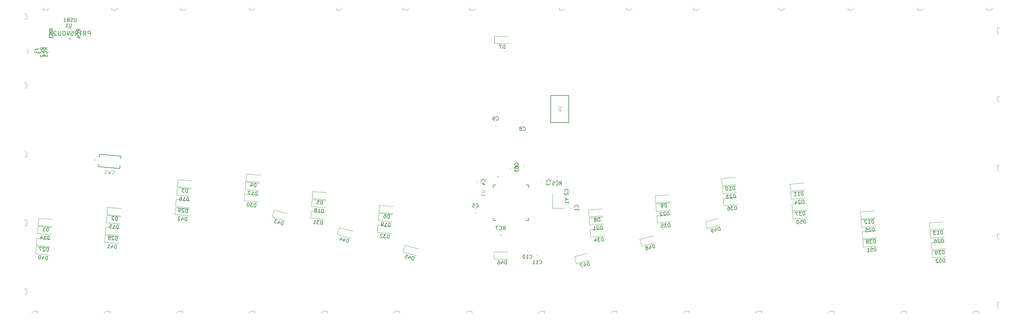
<source format=gbr>
%TF.GenerationSoftware,KiCad,Pcbnew,(5.1.8)-1*%
%TF.CreationDate,2021-01-22T10:31:16-05:00*%
%TF.ProjectId,ergo_60_case,6572676f-5f36-4305-9f63-6173652e6b69,rev?*%
%TF.SameCoordinates,Original*%
%TF.FileFunction,Legend,Bot*%
%TF.FilePolarity,Positive*%
%FSLAX46Y46*%
G04 Gerber Fmt 4.6, Leading zero omitted, Abs format (unit mm)*
G04 Created by KiCad (PCBNEW (5.1.8)-1) date 2021-01-22 10:31:16*
%MOMM*%
%LPD*%
G01*
G04 APERTURE LIST*
%ADD10C,0.120000*%
%ADD11C,0.127000*%
%ADD12C,0.200000*%
%ADD13C,0.250000*%
%ADD14C,0.150000*%
%ADD15C,0.015000*%
G04 APERTURE END LIST*
D10*
%TO.C,D66*%
X342940000Y-86380000D02*
X342940000Y-87560000D01*
X343530000Y-86380000D02*
X342940000Y-86380000D01*
X342940000Y-87560000D02*
X343470000Y-88090000D01*
%TO.C,D68*%
X342940000Y-125000000D02*
X342940000Y-126180000D01*
X343530000Y-125000000D02*
X342940000Y-125000000D01*
X342940000Y-126180000D02*
X343470000Y-126710000D01*
%TO.C,D67*%
X342940000Y-105690000D02*
X342940000Y-106870000D01*
X343530000Y-105690000D02*
X342940000Y-105690000D01*
X342940000Y-106870000D02*
X343470000Y-107400000D01*
%TO.C,D90*%
X74440000Y-81360000D02*
X75620000Y-81360000D01*
X74440000Y-80770000D02*
X74440000Y-81360000D01*
X75620000Y-81360000D02*
X76150000Y-80830000D01*
%TO.C,D89*%
X69860000Y-83950000D02*
X69860000Y-82770000D01*
X69270000Y-83950000D02*
X69860000Y-83950000D01*
X69860000Y-82770000D02*
X69330000Y-82240000D01*
%TO.C,D88*%
X69860000Y-103287500D02*
X69860000Y-102107500D01*
X69270000Y-103287500D02*
X69860000Y-103287500D01*
X69860000Y-102107500D02*
X69330000Y-101577500D01*
%TO.C,D87*%
X69860000Y-122625000D02*
X69860000Y-121445000D01*
X69270000Y-122625000D02*
X69860000Y-122625000D01*
X69860000Y-121445000D02*
X69330000Y-120915000D01*
%TO.C,D86*%
X69860000Y-141962500D02*
X69860000Y-140782500D01*
X69270000Y-141962500D02*
X69860000Y-141962500D01*
X69860000Y-140782500D02*
X69330000Y-140252500D01*
%TO.C,D85*%
X69860000Y-161300000D02*
X69860000Y-160120000D01*
X69270000Y-161300000D02*
X69860000Y-161300000D01*
X69860000Y-160120000D02*
X69330000Y-159590000D01*
%TO.C,D84*%
X72910000Y-166090000D02*
X71730000Y-166090000D01*
X72910000Y-166680000D02*
X72910000Y-166090000D01*
X71730000Y-166090000D02*
X71200000Y-166620000D01*
%TO.C,D83*%
X93279230Y-166090000D02*
X92099230Y-166090000D01*
X93279230Y-166680000D02*
X93279230Y-166090000D01*
X92099230Y-166090000D02*
X91569230Y-166620000D01*
%TO.C,D82*%
X113648460Y-166090000D02*
X112468460Y-166090000D01*
X113648460Y-166680000D02*
X113648460Y-166090000D01*
X112468460Y-166090000D02*
X111938460Y-166620000D01*
%TO.C,D81*%
X134017690Y-166090000D02*
X132837690Y-166090000D01*
X134017690Y-166680000D02*
X134017690Y-166090000D01*
X132837690Y-166090000D02*
X132307690Y-166620000D01*
%TO.C,D80*%
X154386920Y-166090000D02*
X153206920Y-166090000D01*
X154386920Y-166680000D02*
X154386920Y-166090000D01*
X153206920Y-166090000D02*
X152676920Y-166620000D01*
%TO.C,D79*%
X174756150Y-166090000D02*
X173576150Y-166090000D01*
X174756150Y-166680000D02*
X174756150Y-166090000D01*
X173576150Y-166090000D02*
X173046150Y-166620000D01*
%TO.C,D78*%
X195125380Y-166090000D02*
X193945380Y-166090000D01*
X195125380Y-166680000D02*
X195125380Y-166090000D01*
X193945380Y-166090000D02*
X193415380Y-166620000D01*
%TO.C,D77*%
X215494610Y-166090000D02*
X214314610Y-166090000D01*
X215494610Y-166680000D02*
X215494610Y-166090000D01*
X214314610Y-166090000D02*
X213784610Y-166620000D01*
%TO.C,D76*%
X235863840Y-166090000D02*
X234683840Y-166090000D01*
X235863840Y-166680000D02*
X235863840Y-166090000D01*
X234683840Y-166090000D02*
X234153840Y-166620000D01*
%TO.C,D75*%
X256233070Y-166090000D02*
X255053070Y-166090000D01*
X256233070Y-166680000D02*
X256233070Y-166090000D01*
X255053070Y-166090000D02*
X254523070Y-166620000D01*
%TO.C,D74*%
X276602300Y-166090000D02*
X275422300Y-166090000D01*
X276602300Y-166680000D02*
X276602300Y-166090000D01*
X275422300Y-166090000D02*
X274892300Y-166620000D01*
%TO.C,D73*%
X296971530Y-166090000D02*
X295791530Y-166090000D01*
X296971530Y-166680000D02*
X296971530Y-166090000D01*
X295791530Y-166090000D02*
X295261530Y-166620000D01*
%TO.C,D72*%
X317340760Y-166090000D02*
X316160760Y-166090000D01*
X317340760Y-166680000D02*
X317340760Y-166090000D01*
X316160760Y-166090000D02*
X315630760Y-166620000D01*
%TO.C,D71*%
X337710000Y-166090000D02*
X336530000Y-166090000D01*
X337710000Y-166680000D02*
X337710000Y-166090000D01*
X336530000Y-166090000D02*
X336000000Y-166620000D01*
%TO.C,D70*%
X342940000Y-163620000D02*
X342940000Y-164800000D01*
X343530000Y-163620000D02*
X342940000Y-163620000D01*
X342940000Y-164800000D02*
X343470000Y-165330000D01*
%TO.C,D69*%
X342940000Y-144310000D02*
X342940000Y-145490000D01*
X343530000Y-144310000D02*
X342940000Y-144310000D01*
X342940000Y-145490000D02*
X343470000Y-146020000D01*
%TO.C,D65*%
X340000000Y-81360000D02*
X341180000Y-81360000D01*
X340000000Y-80770000D02*
X340000000Y-81360000D01*
X341180000Y-81360000D02*
X341710000Y-80830000D01*
%TO.C,D64*%
X320476666Y-81360000D02*
X321656666Y-81360000D01*
X320476666Y-80770000D02*
X320476666Y-81360000D01*
X321656666Y-81360000D02*
X322186666Y-80830000D01*
%TO.C,D63*%
X300953333Y-81360000D02*
X302133333Y-81360000D01*
X300953333Y-80770000D02*
X300953333Y-81360000D01*
X302133333Y-81360000D02*
X302663333Y-80830000D01*
%TO.C,D62*%
X281430000Y-81360000D02*
X282610000Y-81360000D01*
X281430000Y-80770000D02*
X281430000Y-81360000D01*
X282610000Y-81360000D02*
X283140000Y-80830000D01*
%TO.C,D61*%
X257400000Y-81360000D02*
X258580000Y-81360000D01*
X257400000Y-80770000D02*
X257400000Y-81360000D01*
X258580000Y-81360000D02*
X259110000Y-80830000D01*
%TO.C,D60*%
X238565000Y-81360000D02*
X239745000Y-81360000D01*
X238565000Y-80770000D02*
X238565000Y-81360000D01*
X239745000Y-81360000D02*
X240275000Y-80830000D01*
%TO.C,D59*%
X219730000Y-81360000D02*
X220910000Y-81360000D01*
X219730000Y-80770000D02*
X219730000Y-81360000D01*
X220910000Y-81360000D02*
X221440000Y-80830000D01*
%TO.C,D58*%
X194490000Y-81360000D02*
X195670000Y-81360000D01*
X194490000Y-80770000D02*
X194490000Y-81360000D01*
X195670000Y-81360000D02*
X196200000Y-80830000D01*
%TO.C,D57*%
X175740000Y-81360000D02*
X176920000Y-81360000D01*
X175740000Y-80770000D02*
X175740000Y-81360000D01*
X176920000Y-81360000D02*
X177450000Y-80830000D01*
%TO.C,D56*%
X156990000Y-81360000D02*
X158170000Y-81360000D01*
X156990000Y-80770000D02*
X156990000Y-81360000D01*
X158170000Y-81360000D02*
X158700000Y-80830000D01*
%TO.C,D55*%
X132530000Y-81360000D02*
X133710000Y-81360000D01*
X132530000Y-80770000D02*
X132530000Y-81360000D01*
X133710000Y-81360000D02*
X134240000Y-80830000D01*
%TO.C,D54*%
X113166666Y-81360000D02*
X114346666Y-81360000D01*
X113166666Y-80770000D02*
X113166666Y-81360000D01*
X114346666Y-81360000D02*
X114876666Y-80830000D01*
%TO.C,D53*%
X93803333Y-81360000D02*
X94983333Y-81360000D01*
X93803333Y-80770000D02*
X93803333Y-81360000D01*
X94983333Y-81360000D02*
X95513333Y-80830000D01*
%TO.C,C11*%
X213354420Y-151430000D02*
X213635580Y-151430000D01*
X213354420Y-150410000D02*
X213635580Y-150410000D01*
%TO.C,C10*%
X210589420Y-149900000D02*
X210870580Y-149900000D01*
X210589420Y-148880000D02*
X210870580Y-148880000D01*
%TO.C,C9*%
X201950580Y-113870000D02*
X201669420Y-113870000D01*
X201950580Y-112850000D02*
X201669420Y-112850000D01*
%TO.C,C8*%
X209229420Y-112910000D02*
X209510580Y-112910000D01*
X209229420Y-113930000D02*
X209510580Y-113930000D01*
D11*
%TO.C,U3*%
X201120000Y-130630000D02*
X201910000Y-130630000D01*
X211120000Y-130630000D02*
X210330000Y-130630000D01*
X201120000Y-140630000D02*
X201910000Y-140630000D01*
X211120000Y-140630000D02*
X210330000Y-140630000D01*
X201120000Y-130630000D02*
X201120000Y-131420000D01*
X211120000Y-130630000D02*
X211120000Y-131420000D01*
X201120000Y-140630000D02*
X201120000Y-139840000D01*
X211120000Y-140630000D02*
X211120000Y-139840000D01*
D12*
X202470000Y-128290000D02*
G75*
G03*
X202470000Y-128290000I-100000J0D01*
G01*
D10*
%TO.C,D10*%
X265509122Y-130783219D02*
X265334810Y-128790830D01*
X265334810Y-128790830D02*
X269219970Y-128450922D01*
X265509122Y-130783219D02*
X269394281Y-130443312D01*
%TO.C,D49*%
X261288734Y-142842406D02*
X260771096Y-140910554D01*
X260771096Y-140910554D02*
X264538207Y-139901160D01*
X261288734Y-142842406D02*
X265055845Y-141833011D01*
%TO.C,D36*%
X265997195Y-136361909D02*
X265822883Y-134369520D01*
X265822883Y-134369520D02*
X269708043Y-134029612D01*
X265997195Y-136361909D02*
X269882354Y-136022002D01*
%TO.C,D23*%
X265715718Y-133102295D02*
X265541406Y-131109906D01*
X265541406Y-131109906D02*
X269426566Y-130769998D01*
X265715718Y-133102295D02*
X269600877Y-132762388D01*
D11*
%TO.C,SW1*%
X90088893Y-125441873D02*
X96066062Y-125964808D01*
X96066062Y-125964808D02*
X96130252Y-125231111D01*
X96306916Y-123211824D02*
X96371107Y-122478127D01*
X96371107Y-122478127D02*
X90393938Y-121955192D01*
X90393938Y-121955192D02*
X90329748Y-122688889D01*
X90153084Y-124708176D02*
X90088893Y-125441873D01*
D12*
X89096173Y-123589588D02*
G75*
G03*
X89096173Y-123589588I-100000J0D01*
G01*
D11*
%TO.C,U4*%
X222410000Y-105350000D02*
X217330000Y-105350000D01*
X222410000Y-112970000D02*
X222410000Y-105350000D01*
X217330000Y-112970000D02*
X222410000Y-112970000D01*
X217330000Y-105350000D02*
X217330000Y-112970000D01*
D10*
%TO.C,Y1*%
X221060000Y-137110000D02*
X217760000Y-137110000D01*
X217760000Y-137110000D02*
X217760000Y-133110000D01*
D13*
%TO.C,U1*%
X84073626Y-87176263D02*
G75*
G03*
X84073626Y-87176263I-125000J0D01*
G01*
D14*
X82748626Y-88276263D02*
X82748626Y-88126263D01*
X82323626Y-89501263D02*
X81773626Y-89501263D01*
X81348626Y-88276263D02*
X81348626Y-87726263D01*
X82323626Y-86501263D02*
X81773626Y-86501263D01*
D10*
%TO.C,RC7*%
X203482258Y-143657500D02*
X203007742Y-143657500D01*
X203482258Y-144702500D02*
X203007742Y-144702500D01*
%TO.C,RC5*%
X218872742Y-129272500D02*
X219347258Y-129272500D01*
X218872742Y-128227500D02*
X219347258Y-128227500D01*
%TO.C,RC4*%
X86461126Y-87744005D02*
X86461126Y-88218521D01*
X85416126Y-87744005D02*
X85416126Y-88218521D01*
%TO.C,RC3*%
X78751126Y-87704006D02*
X78751126Y-88178522D01*
X77706126Y-87704006D02*
X77706126Y-88178522D01*
%TO.C,RC2*%
X76231786Y-92997976D02*
X76231786Y-93472492D01*
X75186786Y-92997976D02*
X75186786Y-93472492D01*
%TO.C,RC1*%
X73246786Y-93502492D02*
X73246786Y-93027976D01*
X74291786Y-93502492D02*
X74291786Y-93027976D01*
%TO.C,F1*%
X70160000Y-93582064D02*
X70160000Y-92377936D01*
X71980000Y-93582064D02*
X71980000Y-92377936D01*
%TO.C,D52*%
X324657757Y-151132510D02*
X324483445Y-149140121D01*
X324483445Y-149140121D02*
X328368605Y-148800213D01*
X324657757Y-151132510D02*
X328542916Y-150792603D01*
%TO.C,D51*%
X305265127Y-148047952D02*
X305090815Y-146055563D01*
X305090815Y-146055563D02*
X308975975Y-145715655D01*
X305265127Y-148047952D02*
X309150286Y-147708045D01*
%TO.C,D50*%
X285457458Y-140219514D02*
X285283146Y-138227125D01*
X285283146Y-138227125D02*
X289168306Y-137887217D01*
X285457458Y-140219514D02*
X289342617Y-139879607D01*
%TO.C,D48*%
X242887847Y-147772908D02*
X242370209Y-145841056D01*
X242370209Y-145841056D02*
X246137320Y-144831662D01*
X242887847Y-147772908D02*
X246654958Y-146763513D01*
%TO.C,D47*%
X224486961Y-152703410D02*
X223969323Y-150771558D01*
X223969323Y-150771558D02*
X227736434Y-149762164D01*
X224486961Y-152703410D02*
X228254072Y-151694015D01*
%TO.C,D46*%
X201370000Y-151420000D02*
X205270000Y-151420000D01*
X201370000Y-149420000D02*
X205270000Y-149420000D01*
X201370000Y-151420000D02*
X201370000Y-149420000D01*
%TO.C,D45*%
X175679959Y-149459857D02*
X176197597Y-147528005D01*
X176197597Y-147528005D02*
X179964708Y-148537400D01*
X175679959Y-149459857D02*
X179447070Y-150469251D01*
%TO.C,D44*%
X157279070Y-144529351D02*
X157796708Y-142597499D01*
X157796708Y-142597499D02*
X161563819Y-143606894D01*
X157279070Y-144529351D02*
X161046181Y-145538745D01*
%TO.C,D43*%
X138878183Y-139598848D02*
X139395821Y-137666996D01*
X139395821Y-137666996D02*
X143162932Y-138676391D01*
X138878183Y-139598848D02*
X142645294Y-140608242D01*
%TO.C,D42*%
X111540278Y-138940094D02*
X111714590Y-136947705D01*
X111714590Y-136947705D02*
X115599749Y-137287612D01*
X111540278Y-138940094D02*
X115425438Y-139280002D01*
%TO.C,D41*%
X91732611Y-146747193D02*
X91906923Y-144754804D01*
X91906923Y-144754804D02*
X95792082Y-145094711D01*
X91732611Y-146747193D02*
X95617771Y-147087101D01*
%TO.C,D40*%
X72331406Y-149890094D02*
X72505718Y-147897705D01*
X72505718Y-147897705D02*
X76390877Y-148237612D01*
X72331406Y-149890094D02*
X76216566Y-150230002D01*
%TO.C,D39*%
X324457298Y-148841262D02*
X324282986Y-146848873D01*
X324282986Y-146848873D02*
X328168146Y-146508965D01*
X324457298Y-148841262D02*
X328342457Y-148501355D01*
%TO.C,D38*%
X305064668Y-145756704D02*
X304890356Y-143764315D01*
X304890356Y-143764315D02*
X308775516Y-143424407D01*
X305064668Y-145756704D02*
X308949827Y-145416797D01*
%TO.C,D37*%
X285256999Y-137928266D02*
X285082687Y-135935877D01*
X285082687Y-135935877D02*
X288967847Y-135595969D01*
X285256999Y-137928266D02*
X289142158Y-137588359D01*
%TO.C,D35*%
X247301982Y-141248900D02*
X247127670Y-139256511D01*
X247127670Y-139256511D02*
X251012830Y-138916603D01*
X247301982Y-141248900D02*
X251187141Y-140908993D01*
%TO.C,D34*%
X228523711Y-145186517D02*
X228349399Y-143194128D01*
X228349399Y-143194128D02*
X232234559Y-142854220D01*
X228523711Y-145186517D02*
X232408870Y-144846610D01*
%TO.C,D32*%
X168474024Y-143885757D02*
X168648336Y-141893368D01*
X168648336Y-141893368D02*
X172533495Y-142233275D01*
X168474024Y-143885757D02*
X172359184Y-144225665D01*
%TO.C,D31*%
X149695753Y-139948140D02*
X149870065Y-137955751D01*
X149870065Y-137955751D02*
X153755224Y-138295658D01*
X149695753Y-139948140D02*
X153580913Y-140288048D01*
%TO.C,D30*%
X131000543Y-135061150D02*
X131174855Y-133068761D01*
X131174855Y-133068761D02*
X135060014Y-133408668D01*
X131000543Y-135061150D02*
X134885703Y-135401058D01*
%TO.C,D29*%
X111740736Y-136627507D02*
X111915048Y-134635118D01*
X111915048Y-134635118D02*
X115800207Y-134975025D01*
X111740736Y-136627507D02*
X115625896Y-136967415D01*
%TO.C,D28*%
X91933069Y-144455944D02*
X92107381Y-142463555D01*
X92107381Y-142463555D02*
X95992540Y-142803462D01*
X91933069Y-144455944D02*
X95818229Y-144795852D01*
%TO.C,D27*%
X72540437Y-147540504D02*
X72714749Y-145548115D01*
X72714749Y-145548115D02*
X76599908Y-145888022D01*
X72540437Y-147540504D02*
X76425597Y-147880412D01*
%TO.C,D26*%
X324169686Y-145553819D02*
X323995374Y-143561430D01*
X323995374Y-143561430D02*
X327880534Y-143221522D01*
X324169686Y-145553819D02*
X328054845Y-145213912D01*
%TO.C,D25*%
X304777054Y-142469262D02*
X304602742Y-140476873D01*
X304602742Y-140476873D02*
X308487902Y-140136965D01*
X304777054Y-142469262D02*
X308662213Y-142129355D01*
%TO.C,D24*%
X284969386Y-134640823D02*
X284795074Y-132648434D01*
X284795074Y-132648434D02*
X288680234Y-132308526D01*
X284969386Y-134640823D02*
X288854545Y-134300916D01*
%TO.C,D22*%
X247014368Y-137961457D02*
X246840056Y-135969068D01*
X246840056Y-135969068D02*
X250725216Y-135629160D01*
X247014368Y-137961457D02*
X250899527Y-137621550D01*
%TO.C,D21*%
X228236097Y-141899075D02*
X228061785Y-139906686D01*
X228061785Y-139906686D02*
X231946945Y-139566778D01*
X228236097Y-141899075D02*
X232121256Y-141559168D01*
%TO.C,D19*%
X168761639Y-140598316D02*
X172646799Y-140938224D01*
X168935951Y-138605927D02*
X172821110Y-138945834D01*
X168761639Y-140598316D02*
X168935951Y-138605927D01*
%TO.C,D18*%
X149983367Y-136660698D02*
X153868527Y-137000606D01*
X150157679Y-134668309D02*
X154042838Y-135008216D01*
X149983367Y-136660698D02*
X150157679Y-134668309D01*
%TO.C,D17*%
X131288157Y-131773705D02*
X135173317Y-132113613D01*
X131462469Y-129781316D02*
X135347628Y-130121223D01*
X131288157Y-131773705D02*
X131462469Y-129781316D01*
%TO.C,D16*%
X112021406Y-133390094D02*
X115906566Y-133730002D01*
X112195718Y-131397705D02*
X116080877Y-131737612D01*
X112021406Y-133390094D02*
X112195718Y-131397705D01*
%TO.C,D15*%
X92220683Y-141168502D02*
X96105843Y-141508410D01*
X92394995Y-139176113D02*
X96280154Y-139516020D01*
X92220683Y-141168502D02*
X92394995Y-139176113D01*
%TO.C,D14*%
X72828051Y-144253060D02*
X76713211Y-144592968D01*
X73002363Y-142260671D02*
X76887522Y-142600578D01*
X72828051Y-144253060D02*
X73002363Y-142260671D01*
%TO.C,D13*%
X323969228Y-143262571D02*
X323794916Y-141270182D01*
X323794916Y-141270182D02*
X327680076Y-140930274D01*
X323969228Y-143262571D02*
X327854387Y-142922664D01*
%TO.C,D12*%
X304576595Y-140178014D02*
X304402283Y-138185625D01*
X304402283Y-138185625D02*
X308287443Y-137845717D01*
X304576595Y-140178014D02*
X308461754Y-139838107D01*
%TO.C,D11*%
X284768928Y-132349575D02*
X284594616Y-130357186D01*
X284594616Y-130357186D02*
X288479776Y-130017278D01*
X284768928Y-132349575D02*
X288654087Y-132009668D01*
%TO.C,D9*%
X246813909Y-135670209D02*
X246639597Y-133677820D01*
X246639597Y-133677820D02*
X250524757Y-133337912D01*
X246813909Y-135670209D02*
X250699068Y-135330302D01*
%TO.C,D8*%
X228035638Y-139607827D02*
X227861326Y-137615438D01*
X227861326Y-137615438D02*
X231746486Y-137275530D01*
X228035638Y-139607827D02*
X231920797Y-139267920D01*
%TO.C,D7*%
X201440000Y-90730000D02*
X205340000Y-90730000D01*
X201440000Y-88730000D02*
X205340000Y-88730000D01*
X201440000Y-90730000D02*
X201440000Y-88730000D01*
%TO.C,D6*%
X168962094Y-138307068D02*
X172847254Y-138646976D01*
X169136406Y-136314679D02*
X173021565Y-136654586D01*
X168962094Y-138307068D02*
X169136406Y-136314679D01*
%TO.C,D5*%
X150183824Y-134369450D02*
X154068984Y-134709358D01*
X150358136Y-132377061D02*
X154243295Y-132716968D01*
X150183824Y-134369450D02*
X150358136Y-132377061D01*
%TO.C,D4*%
X131488614Y-129482457D02*
X135373774Y-129822365D01*
X131662926Y-127490068D02*
X135548085Y-127829975D01*
X131488614Y-129482457D02*
X131662926Y-127490068D01*
%TO.C,D3*%
X112228806Y-131048817D02*
X116113966Y-131388725D01*
X112403118Y-129056428D02*
X116288277Y-129396335D01*
X112228806Y-131048817D02*
X112403118Y-129056428D01*
%TO.C,D2*%
X92421141Y-138877254D02*
X96306301Y-139217162D01*
X92595453Y-136884865D02*
X96480612Y-137224772D01*
X92421141Y-138877254D02*
X92595453Y-136884865D01*
%TO.C,D1*%
X73028509Y-141961812D02*
X76913669Y-142301720D01*
X73202821Y-139969423D02*
X77087980Y-140309330D01*
X73028509Y-141961812D02*
X73202821Y-139969423D01*
%TO.C,C7*%
X215810000Y-130050580D02*
X215810000Y-129769420D01*
X214790000Y-130050580D02*
X214790000Y-129769420D01*
%TO.C,C6*%
X208600000Y-125049420D02*
X208600000Y-125330580D01*
X209620000Y-125049420D02*
X209620000Y-125330580D01*
%TO.C,C5*%
X196255580Y-137340000D02*
X195974420Y-137340000D01*
X196255580Y-138360000D02*
X195974420Y-138360000D01*
%TO.C,C4*%
X197470000Y-129920580D02*
X197470000Y-129639420D01*
X196450000Y-129920580D02*
X196450000Y-129639420D01*
%TO.C,C3*%
X206840000Y-126150580D02*
X206840000Y-125869420D01*
X205820000Y-126150580D02*
X205820000Y-125869420D01*
%TO.C,C2*%
X222690000Y-132429420D02*
X222690000Y-132710580D01*
X223710000Y-132429420D02*
X223710000Y-132710580D01*
%TO.C,C1*%
X223700000Y-137210580D02*
X223700000Y-136929420D01*
X222680000Y-137210580D02*
X222680000Y-136929420D01*
%TO.C,C11*%
D14*
X214137857Y-152707142D02*
X214185476Y-152754761D01*
X214328333Y-152802380D01*
X214423571Y-152802380D01*
X214566428Y-152754761D01*
X214661666Y-152659523D01*
X214709285Y-152564285D01*
X214756904Y-152373809D01*
X214756904Y-152230952D01*
X214709285Y-152040476D01*
X214661666Y-151945238D01*
X214566428Y-151850000D01*
X214423571Y-151802380D01*
X214328333Y-151802380D01*
X214185476Y-151850000D01*
X214137857Y-151897619D01*
X213185476Y-152802380D02*
X213756904Y-152802380D01*
X213471190Y-152802380D02*
X213471190Y-151802380D01*
X213566428Y-151945238D01*
X213661666Y-152040476D01*
X213756904Y-152088095D01*
X212233095Y-152802380D02*
X212804523Y-152802380D01*
X212518809Y-152802380D02*
X212518809Y-151802380D01*
X212614047Y-151945238D01*
X212709285Y-152040476D01*
X212804523Y-152088095D01*
%TO.C,C10*%
X211372857Y-151177142D02*
X211420476Y-151224761D01*
X211563333Y-151272380D01*
X211658571Y-151272380D01*
X211801428Y-151224761D01*
X211896666Y-151129523D01*
X211944285Y-151034285D01*
X211991904Y-150843809D01*
X211991904Y-150700952D01*
X211944285Y-150510476D01*
X211896666Y-150415238D01*
X211801428Y-150320000D01*
X211658571Y-150272380D01*
X211563333Y-150272380D01*
X211420476Y-150320000D01*
X211372857Y-150367619D01*
X210420476Y-151272380D02*
X210991904Y-151272380D01*
X210706190Y-151272380D02*
X210706190Y-150272380D01*
X210801428Y-150415238D01*
X210896666Y-150510476D01*
X210991904Y-150558095D01*
X209801428Y-150272380D02*
X209706190Y-150272380D01*
X209610952Y-150320000D01*
X209563333Y-150367619D01*
X209515714Y-150462857D01*
X209468095Y-150653333D01*
X209468095Y-150891428D01*
X209515714Y-151081904D01*
X209563333Y-151177142D01*
X209610952Y-151224761D01*
X209706190Y-151272380D01*
X209801428Y-151272380D01*
X209896666Y-151224761D01*
X209944285Y-151177142D01*
X209991904Y-151081904D01*
X210039523Y-150891428D01*
X210039523Y-150653333D01*
X209991904Y-150462857D01*
X209944285Y-150367619D01*
X209896666Y-150320000D01*
X209801428Y-150272380D01*
%TO.C,C9*%
X201976666Y-112287142D02*
X202024285Y-112334761D01*
X202167142Y-112382380D01*
X202262380Y-112382380D01*
X202405238Y-112334761D01*
X202500476Y-112239523D01*
X202548095Y-112144285D01*
X202595714Y-111953809D01*
X202595714Y-111810952D01*
X202548095Y-111620476D01*
X202500476Y-111525238D01*
X202405238Y-111430000D01*
X202262380Y-111382380D01*
X202167142Y-111382380D01*
X202024285Y-111430000D01*
X201976666Y-111477619D01*
X201500476Y-112382380D02*
X201310000Y-112382380D01*
X201214761Y-112334761D01*
X201167142Y-112287142D01*
X201071904Y-112144285D01*
X201024285Y-111953809D01*
X201024285Y-111572857D01*
X201071904Y-111477619D01*
X201119523Y-111430000D01*
X201214761Y-111382380D01*
X201405238Y-111382380D01*
X201500476Y-111430000D01*
X201548095Y-111477619D01*
X201595714Y-111572857D01*
X201595714Y-111810952D01*
X201548095Y-111906190D01*
X201500476Y-111953809D01*
X201405238Y-112001428D01*
X201214761Y-112001428D01*
X201119523Y-111953809D01*
X201071904Y-111906190D01*
X201024285Y-111810952D01*
%TO.C,C8*%
X209536666Y-115207142D02*
X209584285Y-115254761D01*
X209727142Y-115302380D01*
X209822380Y-115302380D01*
X209965238Y-115254761D01*
X210060476Y-115159523D01*
X210108095Y-115064285D01*
X210155714Y-114873809D01*
X210155714Y-114730952D01*
X210108095Y-114540476D01*
X210060476Y-114445238D01*
X209965238Y-114350000D01*
X209822380Y-114302380D01*
X209727142Y-114302380D01*
X209584285Y-114350000D01*
X209536666Y-114397619D01*
X208965238Y-114730952D02*
X209060476Y-114683333D01*
X209108095Y-114635714D01*
X209155714Y-114540476D01*
X209155714Y-114492857D01*
X209108095Y-114397619D01*
X209060476Y-114350000D01*
X208965238Y-114302380D01*
X208774761Y-114302380D01*
X208679523Y-114350000D01*
X208631904Y-114397619D01*
X208584285Y-114492857D01*
X208584285Y-114540476D01*
X208631904Y-114635714D01*
X208679523Y-114683333D01*
X208774761Y-114730952D01*
X208965238Y-114730952D01*
X209060476Y-114778571D01*
X209108095Y-114826190D01*
X209155714Y-114921428D01*
X209155714Y-115111904D01*
X209108095Y-115207142D01*
X209060476Y-115254761D01*
X208965238Y-115302380D01*
X208774761Y-115302380D01*
X208679523Y-115254761D01*
X208631904Y-115207142D01*
X208584285Y-115111904D01*
X208584285Y-114921428D01*
X208631904Y-114826190D01*
X208679523Y-114778571D01*
X208774761Y-114730952D01*
%TO.C,U3*%
D15*
X197782380Y-132073095D02*
X198591904Y-132073095D01*
X198687142Y-132120714D01*
X198734761Y-132168333D01*
X198782380Y-132263571D01*
X198782380Y-132454047D01*
X198734761Y-132549285D01*
X198687142Y-132596904D01*
X198591904Y-132644523D01*
X197782380Y-132644523D01*
X197782380Y-133025476D02*
X197782380Y-133644523D01*
X198163333Y-133311190D01*
X198163333Y-133454047D01*
X198210952Y-133549285D01*
X198258571Y-133596904D01*
X198353809Y-133644523D01*
X198591904Y-133644523D01*
X198687142Y-133596904D01*
X198734761Y-133549285D01*
X198782380Y-133454047D01*
X198782380Y-133168333D01*
X198734761Y-133073095D01*
X198687142Y-133025476D01*
%TO.C,D10*%
D14*
X269086807Y-131928140D02*
X268999651Y-130931945D01*
X268762462Y-130952697D01*
X268624299Y-131012585D01*
X268537724Y-131115762D01*
X268498586Y-131214788D01*
X268467750Y-131408689D01*
X268480201Y-131551003D01*
X268544239Y-131736604D01*
X268599978Y-131827329D01*
X268703154Y-131913904D01*
X268849618Y-131948891D01*
X269086807Y-131928140D01*
X267568796Y-132060949D02*
X268138050Y-132011146D01*
X267853423Y-132036047D02*
X267766267Y-131039852D01*
X267873594Y-131173865D01*
X267976770Y-131260441D01*
X268075796Y-131299578D01*
X266864948Y-131118708D02*
X266770073Y-131127008D01*
X266679347Y-131182747D01*
X266636060Y-131234335D01*
X266596922Y-131333361D01*
X266566086Y-131527262D01*
X266586837Y-131764452D01*
X266650876Y-131950053D01*
X266706614Y-132040778D01*
X266758203Y-132084066D01*
X266857228Y-132123203D01*
X266952104Y-132114902D01*
X267042830Y-132059164D01*
X267086117Y-132007576D01*
X267125254Y-131908550D01*
X267156091Y-131714648D01*
X267135340Y-131477459D01*
X267071301Y-131291858D01*
X267015562Y-131201133D01*
X266963974Y-131157845D01*
X266864948Y-131118708D01*
%TO.C,D49*%
X265010880Y-143348675D02*
X264752061Y-142382749D01*
X264522079Y-142444372D01*
X264396414Y-142527343D01*
X264329071Y-142643985D01*
X264307724Y-142748303D01*
X264311026Y-142944614D01*
X264348000Y-143082603D01*
X264443296Y-143254264D01*
X264513941Y-143333932D01*
X264630584Y-143401276D01*
X264780898Y-143410298D01*
X265010880Y-143348675D01*
X263458440Y-143074466D02*
X263630986Y-143718416D01*
X263589825Y-142644870D02*
X264004678Y-143273194D01*
X263406724Y-143433415D01*
X263079029Y-143866313D02*
X262895043Y-143915612D01*
X262790725Y-143894265D01*
X262732404Y-143860593D01*
X262603437Y-143747253D01*
X262508141Y-143575592D01*
X262409544Y-143207620D01*
X262430891Y-143103302D01*
X262464563Y-143044981D01*
X262544231Y-142974335D01*
X262728217Y-142925036D01*
X262832534Y-142946383D01*
X262890855Y-142980055D01*
X262961501Y-143059723D01*
X263023125Y-143289706D01*
X263001778Y-143394023D01*
X262968106Y-143452345D01*
X262888438Y-143522990D01*
X262704452Y-143572289D01*
X262600134Y-143550942D01*
X262541813Y-143517271D01*
X262471167Y-143437602D01*
%TO.C,D36*%
X269574880Y-137506830D02*
X269487724Y-136510635D01*
X269250535Y-136531387D01*
X269112372Y-136591275D01*
X269025797Y-136694452D01*
X268986659Y-136793478D01*
X268955823Y-136987379D01*
X268968274Y-137129693D01*
X269032312Y-137315294D01*
X269088051Y-137406019D01*
X269191227Y-137492594D01*
X269337691Y-137527581D01*
X269574880Y-137506830D01*
X268586405Y-136589491D02*
X267969713Y-136643444D01*
X268334980Y-136993895D01*
X268192667Y-137006346D01*
X268101942Y-137062084D01*
X268058654Y-137113672D01*
X268019517Y-137212698D01*
X268040268Y-137449887D01*
X268096006Y-137540613D01*
X268147595Y-137583900D01*
X268246620Y-137623038D01*
X268531248Y-137598136D01*
X268621973Y-137542398D01*
X268665261Y-137490810D01*
X267115832Y-136718149D02*
X267305584Y-136701548D01*
X267404610Y-136740685D01*
X267456198Y-136783973D01*
X267563524Y-136917986D01*
X267627563Y-137103587D01*
X267660765Y-137483090D01*
X267621628Y-137582116D01*
X267578340Y-137633704D01*
X267487615Y-137689442D01*
X267297864Y-137706043D01*
X267198838Y-137666906D01*
X267147250Y-137623618D01*
X267091511Y-137532893D01*
X267070760Y-137295704D01*
X267109897Y-137196678D01*
X267153185Y-137145090D01*
X267243910Y-137089351D01*
X267433661Y-137072750D01*
X267532687Y-137111887D01*
X267584276Y-137155175D01*
X267640014Y-137245900D01*
%TO.C,D23*%
X269293403Y-134247216D02*
X269206247Y-133251021D01*
X268969058Y-133271773D01*
X268830895Y-133331661D01*
X268744320Y-133434838D01*
X268705182Y-133533864D01*
X268674346Y-133727765D01*
X268686797Y-133870079D01*
X268750835Y-134055680D01*
X268806574Y-134146405D01*
X268909750Y-134232980D01*
X269056214Y-134267967D01*
X269293403Y-134247216D01*
X268265791Y-133428902D02*
X268214203Y-133385615D01*
X268115177Y-133346478D01*
X267877988Y-133367229D01*
X267787262Y-133422967D01*
X267743975Y-133474555D01*
X267704837Y-133573581D01*
X267713138Y-133668457D01*
X267773027Y-133806620D01*
X268392084Y-134326071D01*
X267775392Y-134380025D01*
X267356171Y-133412882D02*
X266739480Y-133466836D01*
X267104747Y-133817286D01*
X266962433Y-133829737D01*
X266871708Y-133885476D01*
X266828420Y-133937064D01*
X266789283Y-134036090D01*
X266810034Y-134273279D01*
X266865773Y-134364004D01*
X266917361Y-134407292D01*
X267016387Y-134446429D01*
X267301014Y-134421528D01*
X267391739Y-134365789D01*
X267435027Y-134314201D01*
%TO.C,SW1*%
D15*
X94424083Y-127617752D02*
X94277619Y-127652739D01*
X94040430Y-127631987D01*
X93949704Y-127576249D01*
X93906417Y-127524661D01*
X93867279Y-127425635D01*
X93875580Y-127330759D01*
X93931318Y-127240034D01*
X93982907Y-127196746D01*
X94081932Y-127157609D01*
X94275834Y-127126772D01*
X94374860Y-127087635D01*
X94426448Y-127044347D01*
X94482187Y-126953622D01*
X94490487Y-126858746D01*
X94451350Y-126759720D01*
X94408062Y-126708132D01*
X94317337Y-126652394D01*
X94080148Y-126631643D01*
X93933684Y-126666630D01*
X93605769Y-126590140D02*
X93281424Y-127565583D01*
X93153927Y-126837414D01*
X92901922Y-127532381D01*
X92751888Y-126515435D01*
X91763413Y-127432774D02*
X92332667Y-127482578D01*
X92048040Y-127457676D02*
X92135196Y-126461481D01*
X92217621Y-126612095D01*
X92304196Y-126715272D01*
X92394922Y-126771010D01*
%TO.C,U4*%
X219438803Y-108560074D02*
X220076224Y-108560074D01*
X220151215Y-108597570D01*
X220188710Y-108635065D01*
X220226205Y-108710056D01*
X220226205Y-108860037D01*
X220188710Y-108935028D01*
X220151215Y-108972523D01*
X220076224Y-109010018D01*
X219438803Y-109010018D01*
X219701271Y-109722430D02*
X220226205Y-109722430D01*
X219401308Y-109534953D02*
X219963738Y-109347476D01*
X219963738Y-109834916D01*
%TO.C,Y1*%
D14*
X221836190Y-134633809D02*
X222312380Y-134633809D01*
X221312380Y-134300476D02*
X221836190Y-134633809D01*
X221312380Y-134967142D01*
X222312380Y-135824285D02*
X222312380Y-135252857D01*
X222312380Y-135538571D02*
X221312380Y-135538571D01*
X221455238Y-135443333D01*
X221550476Y-135348095D01*
X221598095Y-135252857D01*
%TO.C,USB1*%
X83798095Y-83632380D02*
X83798095Y-84441904D01*
X83750476Y-84537142D01*
X83702857Y-84584761D01*
X83607619Y-84632380D01*
X83417142Y-84632380D01*
X83321904Y-84584761D01*
X83274285Y-84537142D01*
X83226666Y-84441904D01*
X83226666Y-83632380D01*
X82798095Y-84584761D02*
X82655238Y-84632380D01*
X82417142Y-84632380D01*
X82321904Y-84584761D01*
X82274285Y-84537142D01*
X82226666Y-84441904D01*
X82226666Y-84346666D01*
X82274285Y-84251428D01*
X82321904Y-84203809D01*
X82417142Y-84156190D01*
X82607619Y-84108571D01*
X82702857Y-84060952D01*
X82750476Y-84013333D01*
X82798095Y-83918095D01*
X82798095Y-83822857D01*
X82750476Y-83727619D01*
X82702857Y-83680000D01*
X82607619Y-83632380D01*
X82369523Y-83632380D01*
X82226666Y-83680000D01*
X81464761Y-84108571D02*
X81321904Y-84156190D01*
X81274285Y-84203809D01*
X81226666Y-84299047D01*
X81226666Y-84441904D01*
X81274285Y-84537142D01*
X81321904Y-84584761D01*
X81417142Y-84632380D01*
X81798095Y-84632380D01*
X81798095Y-83632380D01*
X81464761Y-83632380D01*
X81369523Y-83680000D01*
X81321904Y-83727619D01*
X81274285Y-83822857D01*
X81274285Y-83918095D01*
X81321904Y-84013333D01*
X81369523Y-84060952D01*
X81464761Y-84108571D01*
X81798095Y-84108571D01*
X80274285Y-84632380D02*
X80845714Y-84632380D01*
X80560000Y-84632380D02*
X80560000Y-83632380D01*
X80655238Y-83775238D01*
X80750476Y-83870476D01*
X80845714Y-83918095D01*
%TO.C,U1*%
X82413030Y-85153643D02*
X82413030Y-85963167D01*
X82365411Y-86058405D01*
X82317792Y-86106024D01*
X82222554Y-86153643D01*
X82032078Y-86153643D01*
X81936840Y-86106024D01*
X81889221Y-86058405D01*
X81841602Y-85963167D01*
X81841602Y-85153643D01*
X80841602Y-86153643D02*
X81413030Y-86153643D01*
X81127316Y-86153643D02*
X81127316Y-85153643D01*
X81222554Y-85296501D01*
X81317792Y-85391739D01*
X81413030Y-85439358D01*
X87763626Y-88575786D02*
X87763626Y-87305786D01*
X87279816Y-87305786D01*
X87158864Y-87366263D01*
X87098387Y-87426739D01*
X87037911Y-87547691D01*
X87037911Y-87729120D01*
X87098387Y-87850072D01*
X87158864Y-87910548D01*
X87279816Y-87971024D01*
X87763626Y-87971024D01*
X85767911Y-88575786D02*
X86191245Y-87971024D01*
X86493626Y-88575786D02*
X86493626Y-87305786D01*
X86009816Y-87305786D01*
X85888864Y-87366263D01*
X85828387Y-87426739D01*
X85767911Y-87547691D01*
X85767911Y-87729120D01*
X85828387Y-87850072D01*
X85888864Y-87910548D01*
X86009816Y-87971024D01*
X86493626Y-87971024D01*
X85405054Y-87305786D02*
X84679340Y-87305786D01*
X85042197Y-88575786D02*
X85042197Y-87305786D01*
X83530292Y-88575786D02*
X83953626Y-87971024D01*
X84256006Y-88575786D02*
X84256006Y-87305786D01*
X83772197Y-87305786D01*
X83651245Y-87366263D01*
X83590768Y-87426739D01*
X83530292Y-87547691D01*
X83530292Y-87729120D01*
X83590768Y-87850072D01*
X83651245Y-87910548D01*
X83772197Y-87971024D01*
X84256006Y-87971024D01*
X82381245Y-87305786D02*
X82986006Y-87305786D01*
X83046483Y-87910548D01*
X82986006Y-87850072D01*
X82865054Y-87789596D01*
X82562673Y-87789596D01*
X82441721Y-87850072D01*
X82381245Y-87910548D01*
X82320768Y-88031501D01*
X82320768Y-88333882D01*
X82381245Y-88454834D01*
X82441721Y-88515310D01*
X82562673Y-88575786D01*
X82865054Y-88575786D01*
X82986006Y-88515310D01*
X83046483Y-88454834D01*
X81957911Y-87305786D02*
X81534578Y-88575786D01*
X81111245Y-87305786D01*
X80446006Y-87305786D02*
X80325054Y-87305786D01*
X80204102Y-87366263D01*
X80143626Y-87426739D01*
X80083149Y-87547691D01*
X80022673Y-87789596D01*
X80022673Y-88091977D01*
X80083149Y-88333882D01*
X80143626Y-88454834D01*
X80204102Y-88515310D01*
X80325054Y-88575786D01*
X80446006Y-88575786D01*
X80566959Y-88515310D01*
X80627435Y-88454834D01*
X80687911Y-88333882D01*
X80748387Y-88091977D01*
X80748387Y-87789596D01*
X80687911Y-87547691D01*
X80627435Y-87426739D01*
X80566959Y-87366263D01*
X80446006Y-87305786D01*
X79478387Y-87305786D02*
X79478387Y-88333882D01*
X79417911Y-88454834D01*
X79357435Y-88515310D01*
X79236483Y-88575786D01*
X78994578Y-88575786D01*
X78873626Y-88515310D01*
X78813149Y-88454834D01*
X78752673Y-88333882D01*
X78752673Y-87305786D01*
X78208387Y-87426739D02*
X78147911Y-87366263D01*
X78026959Y-87305786D01*
X77724578Y-87305786D01*
X77603626Y-87366263D01*
X77543149Y-87426739D01*
X77482673Y-87547691D01*
X77482673Y-87668643D01*
X77543149Y-87850072D01*
X78268864Y-88575786D01*
X77482673Y-88575786D01*
X77059340Y-87305786D02*
X76212673Y-88575786D01*
X76212673Y-87305786D02*
X77059340Y-88575786D01*
%TO.C,RC7*%
X203911666Y-143202380D02*
X204245000Y-142726190D01*
X204483095Y-143202380D02*
X204483095Y-142202380D01*
X204102142Y-142202380D01*
X204006904Y-142250000D01*
X203959285Y-142297619D01*
X203911666Y-142392857D01*
X203911666Y-142535714D01*
X203959285Y-142630952D01*
X204006904Y-142678571D01*
X204102142Y-142726190D01*
X204483095Y-142726190D01*
X202911666Y-143107142D02*
X202959285Y-143154761D01*
X203102142Y-143202380D01*
X203197380Y-143202380D01*
X203340238Y-143154761D01*
X203435476Y-143059523D01*
X203483095Y-142964285D01*
X203530714Y-142773809D01*
X203530714Y-142630952D01*
X203483095Y-142440476D01*
X203435476Y-142345238D01*
X203340238Y-142250000D01*
X203197380Y-142202380D01*
X203102142Y-142202380D01*
X202959285Y-142250000D01*
X202911666Y-142297619D01*
X202578333Y-142202380D02*
X201911666Y-142202380D01*
X202340238Y-143202380D01*
%TO.C,RC5*%
X219776666Y-130632380D02*
X220110000Y-130156190D01*
X220348095Y-130632380D02*
X220348095Y-129632380D01*
X219967142Y-129632380D01*
X219871904Y-129680000D01*
X219824285Y-129727619D01*
X219776666Y-129822857D01*
X219776666Y-129965714D01*
X219824285Y-130060952D01*
X219871904Y-130108571D01*
X219967142Y-130156190D01*
X220348095Y-130156190D01*
X218776666Y-130537142D02*
X218824285Y-130584761D01*
X218967142Y-130632380D01*
X219062380Y-130632380D01*
X219205238Y-130584761D01*
X219300476Y-130489523D01*
X219348095Y-130394285D01*
X219395714Y-130203809D01*
X219395714Y-130060952D01*
X219348095Y-129870476D01*
X219300476Y-129775238D01*
X219205238Y-129680000D01*
X219062380Y-129632380D01*
X218967142Y-129632380D01*
X218824285Y-129680000D01*
X218776666Y-129727619D01*
X217871904Y-129632380D02*
X218348095Y-129632380D01*
X218395714Y-130108571D01*
X218348095Y-130060952D01*
X218252857Y-130013333D01*
X218014761Y-130013333D01*
X217919523Y-130060952D01*
X217871904Y-130108571D01*
X217824285Y-130203809D01*
X217824285Y-130441904D01*
X217871904Y-130537142D01*
X217919523Y-130584761D01*
X218014761Y-130632380D01*
X218252857Y-130632380D01*
X218348095Y-130584761D01*
X218395714Y-130537142D01*
%TO.C,RC4*%
X84961006Y-87314596D02*
X84484816Y-86981263D01*
X84961006Y-86743167D02*
X83961006Y-86743167D01*
X83961006Y-87124120D01*
X84008626Y-87219358D01*
X84056245Y-87266977D01*
X84151483Y-87314596D01*
X84294340Y-87314596D01*
X84389578Y-87266977D01*
X84437197Y-87219358D01*
X84484816Y-87124120D01*
X84484816Y-86743167D01*
X84865768Y-88314596D02*
X84913387Y-88266977D01*
X84961006Y-88124120D01*
X84961006Y-88028882D01*
X84913387Y-87886024D01*
X84818149Y-87790786D01*
X84722911Y-87743167D01*
X84532435Y-87695548D01*
X84389578Y-87695548D01*
X84199102Y-87743167D01*
X84103864Y-87790786D01*
X84008626Y-87886024D01*
X83961006Y-88028882D01*
X83961006Y-88124120D01*
X84008626Y-88266977D01*
X84056245Y-88314596D01*
X84294340Y-89171739D02*
X84961006Y-89171739D01*
X83913387Y-88933643D02*
X84627673Y-88695548D01*
X84627673Y-89314596D01*
%TO.C,RC3*%
X77251006Y-87274597D02*
X76774816Y-86941264D01*
X77251006Y-86703168D02*
X76251006Y-86703168D01*
X76251006Y-87084121D01*
X76298626Y-87179359D01*
X76346245Y-87226978D01*
X76441483Y-87274597D01*
X76584340Y-87274597D01*
X76679578Y-87226978D01*
X76727197Y-87179359D01*
X76774816Y-87084121D01*
X76774816Y-86703168D01*
X77155768Y-88274597D02*
X77203387Y-88226978D01*
X77251006Y-88084121D01*
X77251006Y-87988883D01*
X77203387Y-87846025D01*
X77108149Y-87750787D01*
X77012911Y-87703168D01*
X76822435Y-87655549D01*
X76679578Y-87655549D01*
X76489102Y-87703168D01*
X76393864Y-87750787D01*
X76298626Y-87846025D01*
X76251006Y-87988883D01*
X76251006Y-88084121D01*
X76298626Y-88226978D01*
X76346245Y-88274597D01*
X76251006Y-88607930D02*
X76251006Y-89226978D01*
X76631959Y-88893644D01*
X76631959Y-89036502D01*
X76679578Y-89131740D01*
X76727197Y-89179359D01*
X76822435Y-89226978D01*
X77060530Y-89226978D01*
X77155768Y-89179359D01*
X77203387Y-89131740D01*
X77251006Y-89036502D01*
X77251006Y-88750787D01*
X77203387Y-88655549D01*
X77155768Y-88607930D01*
%TO.C,RC2*%
X74731666Y-92568567D02*
X74255476Y-92235234D01*
X74731666Y-91997138D02*
X73731666Y-91997138D01*
X73731666Y-92378091D01*
X73779286Y-92473329D01*
X73826905Y-92520948D01*
X73922143Y-92568567D01*
X74065000Y-92568567D01*
X74160238Y-92520948D01*
X74207857Y-92473329D01*
X74255476Y-92378091D01*
X74255476Y-91997138D01*
X74636428Y-93568567D02*
X74684047Y-93520948D01*
X74731666Y-93378091D01*
X74731666Y-93282853D01*
X74684047Y-93139995D01*
X74588809Y-93044757D01*
X74493571Y-92997138D01*
X74303095Y-92949519D01*
X74160238Y-92949519D01*
X73969762Y-92997138D01*
X73874524Y-93044757D01*
X73779286Y-93139995D01*
X73731666Y-93282853D01*
X73731666Y-93378091D01*
X73779286Y-93520948D01*
X73826905Y-93568567D01*
X73826905Y-93949519D02*
X73779286Y-93997138D01*
X73731666Y-94092376D01*
X73731666Y-94330472D01*
X73779286Y-94425710D01*
X73826905Y-94473329D01*
X73922143Y-94520948D01*
X74017381Y-94520948D01*
X74160238Y-94473329D01*
X74731666Y-93901900D01*
X74731666Y-94520948D01*
%TO.C,RC1*%
X75651666Y-92598567D02*
X75175476Y-92265234D01*
X75651666Y-92027138D02*
X74651666Y-92027138D01*
X74651666Y-92408091D01*
X74699286Y-92503329D01*
X74746905Y-92550948D01*
X74842143Y-92598567D01*
X74985000Y-92598567D01*
X75080238Y-92550948D01*
X75127857Y-92503329D01*
X75175476Y-92408091D01*
X75175476Y-92027138D01*
X75556428Y-93598567D02*
X75604047Y-93550948D01*
X75651666Y-93408091D01*
X75651666Y-93312853D01*
X75604047Y-93169995D01*
X75508809Y-93074757D01*
X75413571Y-93027138D01*
X75223095Y-92979519D01*
X75080238Y-92979519D01*
X74889762Y-93027138D01*
X74794524Y-93074757D01*
X74699286Y-93169995D01*
X74651666Y-93312853D01*
X74651666Y-93408091D01*
X74699286Y-93550948D01*
X74746905Y-93598567D01*
X75651666Y-94550948D02*
X75651666Y-93979519D01*
X75651666Y-94265234D02*
X74651666Y-94265234D01*
X74794524Y-94169995D01*
X74889762Y-94074757D01*
X74937381Y-93979519D01*
%TO.C,F1*%
X72818571Y-92646666D02*
X72818571Y-92313333D01*
X73342380Y-92313333D02*
X72342380Y-92313333D01*
X72342380Y-92789523D01*
X73342380Y-93694285D02*
X73342380Y-93122857D01*
X73342380Y-93408571D02*
X72342380Y-93408571D01*
X72485238Y-93313333D01*
X72580476Y-93218095D01*
X72628095Y-93122857D01*
%TO.C,D52*%
X328235442Y-152277431D02*
X328148286Y-151281236D01*
X327911097Y-151301988D01*
X327772934Y-151361876D01*
X327686359Y-151465053D01*
X327647221Y-151564079D01*
X327616385Y-151757980D01*
X327628836Y-151900294D01*
X327692874Y-152085895D01*
X327748613Y-152176620D01*
X327851789Y-152263195D01*
X327998253Y-152298182D01*
X328235442Y-152277431D01*
X326677713Y-151409895D02*
X327152092Y-151368392D01*
X327241032Y-151838620D01*
X327189444Y-151795333D01*
X327090418Y-151756195D01*
X326853229Y-151776947D01*
X326762504Y-151832685D01*
X326719216Y-151884273D01*
X326680079Y-151983299D01*
X326700830Y-152220488D01*
X326756568Y-152311214D01*
X326808157Y-152354501D01*
X326907182Y-152393639D01*
X327144372Y-152372887D01*
X327235097Y-152317149D01*
X327278385Y-152265561D01*
X326259073Y-151542123D02*
X326207485Y-151498835D01*
X326108459Y-151459698D01*
X325871270Y-151480449D01*
X325780544Y-151536188D01*
X325737257Y-151587776D01*
X325698120Y-151686802D01*
X325706420Y-151781678D01*
X325766309Y-151919841D01*
X326385366Y-152439292D01*
X325768674Y-152493245D01*
%TO.C,D51*%
X308842812Y-149192873D02*
X308755656Y-148196678D01*
X308518467Y-148217430D01*
X308380304Y-148277318D01*
X308293729Y-148380495D01*
X308254591Y-148479521D01*
X308223755Y-148673422D01*
X308236206Y-148815736D01*
X308300244Y-149001337D01*
X308355983Y-149092062D01*
X308459159Y-149178637D01*
X308605623Y-149213624D01*
X308842812Y-149192873D01*
X307285083Y-148325337D02*
X307759462Y-148283834D01*
X307848402Y-148754062D01*
X307796814Y-148710775D01*
X307697788Y-148671637D01*
X307460599Y-148692389D01*
X307369874Y-148748127D01*
X307326586Y-148799715D01*
X307287449Y-148898741D01*
X307308200Y-149135930D01*
X307363938Y-149226656D01*
X307415527Y-149269943D01*
X307514552Y-149309081D01*
X307751742Y-149288329D01*
X307842467Y-149232591D01*
X307885755Y-149181003D01*
X306376044Y-149408687D02*
X306945298Y-149358884D01*
X306660671Y-149383786D02*
X306573516Y-148387591D01*
X306680842Y-148521604D01*
X306784018Y-148608179D01*
X306883044Y-148647316D01*
%TO.C,D50*%
X289035143Y-141364435D02*
X288947987Y-140368240D01*
X288710798Y-140388992D01*
X288572635Y-140448880D01*
X288486060Y-140552057D01*
X288446922Y-140651083D01*
X288416086Y-140844984D01*
X288428537Y-140987298D01*
X288492575Y-141172899D01*
X288548314Y-141263624D01*
X288651490Y-141350199D01*
X288797954Y-141385186D01*
X289035143Y-141364435D01*
X287477414Y-140496899D02*
X287951793Y-140455396D01*
X288040733Y-140925624D01*
X287989145Y-140882337D01*
X287890119Y-140843199D01*
X287652930Y-140863951D01*
X287562205Y-140919689D01*
X287518917Y-140971277D01*
X287479780Y-141070303D01*
X287500531Y-141307492D01*
X287556269Y-141398218D01*
X287607858Y-141441505D01*
X287706883Y-141480643D01*
X287944073Y-141459891D01*
X288034798Y-141404153D01*
X288078086Y-141352565D01*
X286813284Y-140555003D02*
X286718409Y-140563303D01*
X286627683Y-140619042D01*
X286584396Y-140670630D01*
X286545258Y-140769656D01*
X286514422Y-140963557D01*
X286535173Y-141200747D01*
X286599212Y-141386348D01*
X286654950Y-141477073D01*
X286706539Y-141520361D01*
X286805564Y-141559498D01*
X286900440Y-141551197D01*
X286991166Y-141495459D01*
X287034453Y-141443871D01*
X287073590Y-141344845D01*
X287104427Y-141150943D01*
X287083676Y-140913754D01*
X287019637Y-140728153D01*
X286963898Y-140637428D01*
X286912310Y-140594140D01*
X286813284Y-140555003D01*
%TO.C,D48*%
X246609993Y-148279177D02*
X246351174Y-147313251D01*
X246121192Y-147374874D01*
X245995527Y-147457845D01*
X245928184Y-147574487D01*
X245906837Y-147678805D01*
X245910139Y-147875116D01*
X245947113Y-148013105D01*
X246042409Y-148184766D01*
X246113054Y-148264434D01*
X246229697Y-148331778D01*
X246380011Y-148340800D01*
X246609993Y-148279177D01*
X245057553Y-148004968D02*
X245230099Y-148648918D01*
X245188938Y-147575372D02*
X245603791Y-148203696D01*
X245005837Y-148363917D01*
X244438252Y-148269507D02*
X244517920Y-148198861D01*
X244551592Y-148140539D01*
X244572939Y-148036222D01*
X244560614Y-147990225D01*
X244489968Y-147910557D01*
X244431647Y-147876885D01*
X244327330Y-147855538D01*
X244143344Y-147904837D01*
X244063676Y-147975483D01*
X244030004Y-148033804D01*
X244008657Y-148138122D01*
X244020981Y-148184118D01*
X244091627Y-148263787D01*
X244149949Y-148297458D01*
X244254266Y-148318805D01*
X244438252Y-148269507D01*
X244542570Y-148290854D01*
X244600891Y-148324525D01*
X244671537Y-148404194D01*
X244720836Y-148588179D01*
X244699489Y-148692497D01*
X244665817Y-148750818D01*
X244586149Y-148821464D01*
X244402163Y-148870763D01*
X244297845Y-148849416D01*
X244239524Y-148815744D01*
X244168878Y-148736076D01*
X244119579Y-148552090D01*
X244140926Y-148447773D01*
X244174598Y-148389451D01*
X244254266Y-148318805D01*
%TO.C,D47*%
X228209107Y-153209679D02*
X227950288Y-152243753D01*
X227720306Y-152305376D01*
X227594641Y-152388347D01*
X227527298Y-152504989D01*
X227505951Y-152609307D01*
X227509253Y-152805618D01*
X227546227Y-152943607D01*
X227641523Y-153115268D01*
X227712168Y-153194936D01*
X227828811Y-153262280D01*
X227979125Y-153271302D01*
X228209107Y-153209679D01*
X226656667Y-152935470D02*
X226829213Y-153579420D01*
X226788052Y-152505874D02*
X227202905Y-153134198D01*
X226604951Y-153294419D01*
X226156426Y-152724417D02*
X225512475Y-152896963D01*
X226185263Y-153751966D01*
%TO.C,D46*%
X204834285Y-152872380D02*
X204834285Y-151872380D01*
X204596190Y-151872380D01*
X204453333Y-151920000D01*
X204358095Y-152015238D01*
X204310476Y-152110476D01*
X204262857Y-152300952D01*
X204262857Y-152443809D01*
X204310476Y-152634285D01*
X204358095Y-152729523D01*
X204453333Y-152824761D01*
X204596190Y-152872380D01*
X204834285Y-152872380D01*
X203405714Y-152205714D02*
X203405714Y-152872380D01*
X203643809Y-151824761D02*
X203881904Y-152539047D01*
X203262857Y-152539047D01*
X202453333Y-151872380D02*
X202643809Y-151872380D01*
X202739047Y-151920000D01*
X202786666Y-151967619D01*
X202881904Y-152110476D01*
X202929523Y-152300952D01*
X202929523Y-152681904D01*
X202881904Y-152777142D01*
X202834285Y-152824761D01*
X202739047Y-152872380D01*
X202548571Y-152872380D01*
X202453333Y-152824761D01*
X202405714Y-152777142D01*
X202358095Y-152681904D01*
X202358095Y-152443809D01*
X202405714Y-152348571D01*
X202453333Y-152300952D01*
X202548571Y-152253333D01*
X202739047Y-152253333D01*
X202834285Y-152300952D01*
X202881904Y-152348571D01*
X202929523Y-152443809D01*
%TO.C,D45*%
X178650298Y-151759372D02*
X178909117Y-150793446D01*
X178679134Y-150731823D01*
X178528820Y-150740845D01*
X178412178Y-150808189D01*
X178341532Y-150887857D01*
X178246237Y-151059518D01*
X178209262Y-151197507D01*
X178205960Y-151393818D01*
X178227307Y-151498136D01*
X178294651Y-151614778D01*
X178420315Y-151697749D01*
X178650298Y-151759372D01*
X177442950Y-150745680D02*
X177270404Y-151389631D01*
X177771530Y-150439332D02*
X177816641Y-151190903D01*
X177218687Y-151030681D01*
X176563297Y-150164886D02*
X177023261Y-150288133D01*
X176946011Y-150760422D01*
X176912339Y-150702101D01*
X176832671Y-150631455D01*
X176602688Y-150569832D01*
X176498371Y-150591179D01*
X176440050Y-150624851D01*
X176369404Y-150704519D01*
X176307780Y-150934501D01*
X176329127Y-151038819D01*
X176362799Y-151097140D01*
X176442467Y-151167786D01*
X176672450Y-151229409D01*
X176776767Y-151208062D01*
X176835088Y-151174391D01*
%TO.C,D44*%
X160249409Y-146828866D02*
X160508228Y-145862940D01*
X160278245Y-145801317D01*
X160127931Y-145810339D01*
X160011289Y-145877683D01*
X159940643Y-145957351D01*
X159845348Y-146129012D01*
X159808373Y-146267001D01*
X159805071Y-146463312D01*
X159826418Y-146567630D01*
X159893762Y-146684272D01*
X160019426Y-146767243D01*
X160249409Y-146828866D01*
X159042061Y-145815174D02*
X158869515Y-146459125D01*
X159370641Y-145508826D02*
X159415752Y-146260397D01*
X158817798Y-146100175D01*
X158122131Y-145568680D02*
X157949585Y-146212630D01*
X158450711Y-145262332D02*
X158495823Y-146013902D01*
X157897869Y-145853681D01*
%TO.C,D43*%
X141848522Y-141898363D02*
X142107341Y-140932437D01*
X141877358Y-140870814D01*
X141727044Y-140879836D01*
X141610402Y-140947180D01*
X141539756Y-141026848D01*
X141444461Y-141198509D01*
X141407486Y-141336498D01*
X141404184Y-141532809D01*
X141425531Y-141637127D01*
X141492875Y-141753769D01*
X141618539Y-141836740D01*
X141848522Y-141898363D01*
X140641174Y-140884671D02*
X140468628Y-141528622D01*
X140969754Y-140578323D02*
X141014865Y-141329894D01*
X140416911Y-141169672D01*
X140313478Y-140451773D02*
X139715524Y-140291552D01*
X139938902Y-140745797D01*
X139800912Y-140708823D01*
X139696595Y-140730170D01*
X139638274Y-140763842D01*
X139567628Y-140843510D01*
X139506004Y-141073492D01*
X139527351Y-141177810D01*
X139561023Y-141236131D01*
X139640691Y-141306777D01*
X139916670Y-141380725D01*
X140020988Y-141359378D01*
X140079309Y-141325706D01*
%TO.C,D42*%
X114864798Y-140688880D02*
X114951954Y-139692685D01*
X114714764Y-139671934D01*
X114568301Y-139706921D01*
X114465124Y-139793496D01*
X114409386Y-139884221D01*
X114345347Y-140069823D01*
X114332896Y-140212136D01*
X114363733Y-140406038D01*
X114402870Y-140505064D01*
X114489445Y-140608240D01*
X114627609Y-140668129D01*
X114864798Y-140688880D01*
X113499766Y-139900242D02*
X113441663Y-140564372D01*
X113770158Y-139541491D02*
X113945093Y-140273810D01*
X113328401Y-140219856D01*
X113046139Y-139621550D02*
X113002852Y-139569962D01*
X112912126Y-139514224D01*
X112674937Y-139493472D01*
X112575911Y-139532609D01*
X112524323Y-139575897D01*
X112468585Y-139666622D01*
X112460284Y-139761498D01*
X112495271Y-139907962D01*
X113014722Y-140527019D01*
X112398030Y-140473066D01*
%TO.C,D41*%
X95057131Y-148495979D02*
X95144287Y-147499784D01*
X94907097Y-147479033D01*
X94760634Y-147514020D01*
X94657457Y-147600595D01*
X94601719Y-147691320D01*
X94537680Y-147876922D01*
X94525229Y-148019235D01*
X94556066Y-148213137D01*
X94595203Y-148312163D01*
X94681778Y-148415339D01*
X94819942Y-148475228D01*
X95057131Y-148495979D01*
X93692099Y-147707341D02*
X93633996Y-148371471D01*
X93962491Y-147348590D02*
X94137426Y-148080909D01*
X93520734Y-148026955D01*
X92590363Y-148280165D02*
X93159617Y-148329968D01*
X92874990Y-148305066D02*
X92962146Y-147308872D01*
X93044571Y-147459486D01*
X93131146Y-147562662D01*
X93221871Y-147618400D01*
%TO.C,D40*%
X75655926Y-151638880D02*
X75743082Y-150642685D01*
X75505892Y-150621934D01*
X75359429Y-150656921D01*
X75256252Y-150743496D01*
X75200514Y-150834221D01*
X75136475Y-151019823D01*
X75124024Y-151162136D01*
X75154861Y-151356038D01*
X75193998Y-151455064D01*
X75280573Y-151558240D01*
X75418737Y-151618129D01*
X75655926Y-151638880D01*
X74290894Y-150850242D02*
X74232791Y-151514372D01*
X74561286Y-150491491D02*
X74736221Y-151223810D01*
X74119529Y-151169856D01*
X73608379Y-150455923D02*
X73513503Y-150447622D01*
X73414477Y-150486760D01*
X73362889Y-150530047D01*
X73307151Y-150620773D01*
X73243112Y-150806374D01*
X73222360Y-151043563D01*
X73253197Y-151237465D01*
X73292334Y-151336491D01*
X73335622Y-151388079D01*
X73426347Y-151443817D01*
X73521223Y-151452118D01*
X73620249Y-151412980D01*
X73671837Y-151369693D01*
X73727575Y-151278967D01*
X73791614Y-151093366D01*
X73812366Y-150856177D01*
X73781529Y-150662275D01*
X73742392Y-150563249D01*
X73699104Y-150511661D01*
X73608379Y-150455923D01*
%TO.C,D39*%
X328034983Y-149986183D02*
X327947827Y-148989988D01*
X327710638Y-149010740D01*
X327572475Y-149070628D01*
X327485900Y-149173805D01*
X327446762Y-149272831D01*
X327415926Y-149466732D01*
X327428377Y-149609046D01*
X327492415Y-149794647D01*
X327548154Y-149885372D01*
X327651330Y-149971947D01*
X327797794Y-150006934D01*
X328034983Y-149986183D01*
X327046508Y-149068844D02*
X326429816Y-149122797D01*
X326795083Y-149473248D01*
X326652770Y-149485699D01*
X326562045Y-149541437D01*
X326518757Y-149593025D01*
X326479620Y-149692051D01*
X326500371Y-149929240D01*
X326556109Y-150019966D01*
X326607698Y-150063253D01*
X326706723Y-150102391D01*
X326991351Y-150077489D01*
X327082076Y-150021751D01*
X327125364Y-149970163D01*
X326042594Y-150160495D02*
X325852842Y-150177096D01*
X325753816Y-150137958D01*
X325702228Y-150094671D01*
X325594902Y-149960658D01*
X325530863Y-149775057D01*
X325497661Y-149395554D01*
X325536798Y-149296528D01*
X325580085Y-149244940D01*
X325670811Y-149189201D01*
X325860562Y-149172600D01*
X325959588Y-149211738D01*
X326011176Y-149255025D01*
X326066915Y-149345751D01*
X326087666Y-149582940D01*
X326048529Y-149681966D01*
X326005241Y-149733554D01*
X325914516Y-149789292D01*
X325724764Y-149805893D01*
X325625738Y-149766756D01*
X325574150Y-149723469D01*
X325518412Y-149632743D01*
%TO.C,D38*%
X308642353Y-146901625D02*
X308555197Y-145905430D01*
X308318008Y-145926182D01*
X308179845Y-145986070D01*
X308093270Y-146089247D01*
X308054132Y-146188273D01*
X308023296Y-146382174D01*
X308035747Y-146524488D01*
X308099785Y-146710089D01*
X308155524Y-146800814D01*
X308258700Y-146887389D01*
X308405164Y-146922376D01*
X308642353Y-146901625D01*
X307653878Y-145984286D02*
X307037186Y-146038239D01*
X307402453Y-146388690D01*
X307260140Y-146401141D01*
X307169415Y-146456879D01*
X307126127Y-146508467D01*
X307086990Y-146607493D01*
X307107741Y-146844682D01*
X307163479Y-146935408D01*
X307215068Y-146978695D01*
X307314093Y-147017833D01*
X307598721Y-146992931D01*
X307689446Y-146937193D01*
X307732734Y-146885605D01*
X306505285Y-146514983D02*
X306596010Y-146459245D01*
X306639298Y-146407656D01*
X306678435Y-146308630D01*
X306674285Y-146261193D01*
X306618546Y-146170467D01*
X306566958Y-146127180D01*
X306467932Y-146088042D01*
X306278181Y-146104643D01*
X306187455Y-146160382D01*
X306144168Y-146211970D01*
X306105031Y-146310996D01*
X306109181Y-146358434D01*
X306164919Y-146449159D01*
X306216507Y-146492447D01*
X306315533Y-146531584D01*
X306505285Y-146514983D01*
X306604311Y-146554120D01*
X306655899Y-146597408D01*
X306711637Y-146688133D01*
X306728238Y-146877885D01*
X306689101Y-146976911D01*
X306645813Y-147028499D01*
X306555088Y-147084237D01*
X306365337Y-147100838D01*
X306266311Y-147061701D01*
X306214723Y-147018413D01*
X306158984Y-146927688D01*
X306142383Y-146737937D01*
X306181520Y-146638911D01*
X306224808Y-146587322D01*
X306315533Y-146531584D01*
%TO.C,D37*%
X288834684Y-139073187D02*
X288747528Y-138076992D01*
X288510339Y-138097744D01*
X288372176Y-138157632D01*
X288285601Y-138260809D01*
X288246463Y-138359835D01*
X288215627Y-138553736D01*
X288228078Y-138696050D01*
X288292116Y-138881651D01*
X288347855Y-138972376D01*
X288451031Y-139058951D01*
X288597495Y-139093938D01*
X288834684Y-139073187D01*
X287846209Y-138155848D02*
X287229517Y-138209801D01*
X287594784Y-138560252D01*
X287452471Y-138572703D01*
X287361746Y-138628441D01*
X287318458Y-138680029D01*
X287279321Y-138779055D01*
X287300072Y-139016244D01*
X287355810Y-139106970D01*
X287407399Y-139150257D01*
X287506424Y-139189395D01*
X287791052Y-139164493D01*
X287881777Y-139108755D01*
X287925065Y-139057167D01*
X286897452Y-138238853D02*
X286233323Y-138296957D01*
X286747419Y-139255799D01*
%TO.C,D35*%
X250879667Y-142393821D02*
X250792511Y-141397626D01*
X250555322Y-141418378D01*
X250417159Y-141478266D01*
X250330584Y-141581443D01*
X250291446Y-141680469D01*
X250260610Y-141874370D01*
X250273061Y-142016684D01*
X250337099Y-142202285D01*
X250392838Y-142293010D01*
X250496014Y-142379585D01*
X250642478Y-142414572D01*
X250879667Y-142393821D01*
X249891192Y-141476482D02*
X249274500Y-141530435D01*
X249639767Y-141880886D01*
X249497454Y-141893337D01*
X249406729Y-141949075D01*
X249363441Y-142000663D01*
X249324304Y-142099689D01*
X249345055Y-142336878D01*
X249400793Y-142427604D01*
X249452382Y-142470891D01*
X249551407Y-142510029D01*
X249836035Y-142485127D01*
X249926760Y-142429389D01*
X249970048Y-142377801D01*
X248373181Y-141609290D02*
X248847560Y-141567788D01*
X248936500Y-142038016D01*
X248884912Y-141994728D01*
X248785886Y-141955591D01*
X248548697Y-141976342D01*
X248457972Y-142032081D01*
X248414684Y-142083669D01*
X248375547Y-142182695D01*
X248396298Y-142419884D01*
X248452037Y-142510609D01*
X248503625Y-142553897D01*
X248602651Y-142593034D01*
X248839840Y-142572283D01*
X248930565Y-142516544D01*
X248973853Y-142464956D01*
%TO.C,D34*%
X232101396Y-146331438D02*
X232014240Y-145335243D01*
X231777051Y-145355995D01*
X231638888Y-145415883D01*
X231552313Y-145519060D01*
X231513175Y-145618086D01*
X231482339Y-145811987D01*
X231494790Y-145954301D01*
X231558828Y-146139902D01*
X231614567Y-146230627D01*
X231717743Y-146317202D01*
X231864207Y-146352189D01*
X232101396Y-146331438D01*
X231112921Y-145414099D02*
X230496229Y-145468052D01*
X230861496Y-145818503D01*
X230719183Y-145830954D01*
X230628458Y-145886692D01*
X230585170Y-145938280D01*
X230546033Y-146037306D01*
X230566784Y-146274495D01*
X230622522Y-146365221D01*
X230674111Y-146408508D01*
X230773136Y-146447646D01*
X231057764Y-146422744D01*
X231148489Y-146367006D01*
X231191777Y-146315418D01*
X229671400Y-145874822D02*
X229729504Y-146538952D01*
X229875387Y-145474568D02*
X230174830Y-146165384D01*
X229558139Y-146219338D01*
%TO.C,D32*%
X171798544Y-145634543D02*
X171885700Y-144638348D01*
X171648510Y-144617597D01*
X171502047Y-144652584D01*
X171398870Y-144739159D01*
X171343132Y-144829884D01*
X171279093Y-145015486D01*
X171266642Y-145157799D01*
X171297479Y-145351701D01*
X171336616Y-145450727D01*
X171423191Y-145553903D01*
X171561355Y-145613792D01*
X171798544Y-145634543D01*
X170984381Y-144559493D02*
X170367689Y-144505540D01*
X170666551Y-144914094D01*
X170524238Y-144901643D01*
X170425212Y-144940781D01*
X170373624Y-144984068D01*
X170317885Y-145074794D01*
X170297134Y-145311983D01*
X170336271Y-145411009D01*
X170379559Y-145462597D01*
X170470284Y-145518335D01*
X170754911Y-145543237D01*
X170853937Y-145504100D01*
X170905525Y-145460812D01*
X169979885Y-144567213D02*
X169936598Y-144515625D01*
X169845872Y-144459887D01*
X169608683Y-144439135D01*
X169509657Y-144478272D01*
X169458069Y-144521560D01*
X169402331Y-144612285D01*
X169394030Y-144707161D01*
X169429017Y-144853625D01*
X169948468Y-145472682D01*
X169331776Y-145418729D01*
%TO.C,D31*%
X153020273Y-141696926D02*
X153107429Y-140700731D01*
X152870239Y-140679980D01*
X152723776Y-140714967D01*
X152620599Y-140801542D01*
X152564861Y-140892267D01*
X152500822Y-141077869D01*
X152488371Y-141220182D01*
X152519208Y-141414084D01*
X152558345Y-141513110D01*
X152644920Y-141616286D01*
X152783084Y-141676175D01*
X153020273Y-141696926D01*
X152206110Y-140621876D02*
X151589418Y-140567923D01*
X151888280Y-140976477D01*
X151745967Y-140964026D01*
X151646941Y-141003164D01*
X151595353Y-141046451D01*
X151539614Y-141137177D01*
X151518863Y-141374366D01*
X151558000Y-141473392D01*
X151601288Y-141524980D01*
X151692013Y-141580718D01*
X151976640Y-141605620D01*
X152075666Y-141566483D01*
X152127254Y-141523195D01*
X150553505Y-141481112D02*
X151122759Y-141530915D01*
X150838132Y-141506013D02*
X150925288Y-140509819D01*
X151007713Y-140660433D01*
X151094288Y-140763609D01*
X151185013Y-140819347D01*
%TO.C,D30*%
X134325063Y-136809936D02*
X134412219Y-135813741D01*
X134175029Y-135792990D01*
X134028566Y-135827977D01*
X133925389Y-135914552D01*
X133869651Y-136005277D01*
X133805612Y-136190879D01*
X133793161Y-136333192D01*
X133823998Y-136527094D01*
X133863135Y-136626120D01*
X133949710Y-136729296D01*
X134087874Y-136789185D01*
X134325063Y-136809936D01*
X133510900Y-135734886D02*
X132894208Y-135680933D01*
X133193070Y-136089487D01*
X133050757Y-136077036D01*
X132951731Y-136116174D01*
X132900143Y-136159461D01*
X132844404Y-136250187D01*
X132823653Y-136487376D01*
X132862790Y-136586402D01*
X132906078Y-136637990D01*
X132996803Y-136693728D01*
X133281430Y-136718630D01*
X133380456Y-136679493D01*
X133432044Y-136636205D01*
X132277516Y-135626979D02*
X132182640Y-135618678D01*
X132083614Y-135657816D01*
X132032026Y-135701103D01*
X131976288Y-135791829D01*
X131912249Y-135977430D01*
X131891497Y-136214619D01*
X131922334Y-136408521D01*
X131961471Y-136507547D01*
X132004759Y-136559135D01*
X132095484Y-136614873D01*
X132190360Y-136623174D01*
X132289386Y-136584036D01*
X132340974Y-136540749D01*
X132396712Y-136450023D01*
X132460751Y-136264422D01*
X132481503Y-136027233D01*
X132450666Y-135833331D01*
X132411529Y-135734305D01*
X132368241Y-135682717D01*
X132277516Y-135626979D01*
%TO.C,D29*%
X115065256Y-138376293D02*
X115152412Y-137380098D01*
X114915222Y-137359347D01*
X114768759Y-137394334D01*
X114665582Y-137480909D01*
X114609844Y-137571634D01*
X114545805Y-137757236D01*
X114533354Y-137899549D01*
X114564191Y-138093451D01*
X114603328Y-138192477D01*
X114689903Y-138295653D01*
X114828067Y-138355542D01*
X115065256Y-138376293D01*
X114195354Y-137391968D02*
X114152067Y-137340380D01*
X114061341Y-137284642D01*
X113824152Y-137263891D01*
X113725126Y-137303028D01*
X113673538Y-137346315D01*
X113617800Y-137437041D01*
X113609499Y-137531917D01*
X113644486Y-137678380D01*
X114163937Y-138297438D01*
X113547245Y-138243484D01*
X113072866Y-138201981D02*
X112883115Y-138185380D01*
X112792390Y-138129642D01*
X112749102Y-138078054D01*
X112666677Y-137927440D01*
X112635841Y-137733538D01*
X112669043Y-137354035D01*
X112724781Y-137263310D01*
X112776369Y-137220022D01*
X112875395Y-137180885D01*
X113065147Y-137197486D01*
X113155872Y-137253225D01*
X113199160Y-137304813D01*
X113238297Y-137403839D01*
X113217545Y-137641028D01*
X113161807Y-137731753D01*
X113110219Y-137775041D01*
X113011193Y-137814178D01*
X112821442Y-137797577D01*
X112730716Y-137741839D01*
X112687429Y-137690251D01*
X112648291Y-137591225D01*
%TO.C,D28*%
X95257589Y-146204730D02*
X95344745Y-145208535D01*
X95107555Y-145187784D01*
X94961092Y-145222771D01*
X94857915Y-145309346D01*
X94802177Y-145400071D01*
X94738138Y-145585673D01*
X94725687Y-145727986D01*
X94756524Y-145921888D01*
X94795661Y-146020914D01*
X94882236Y-146124090D01*
X95020400Y-146183979D01*
X95257589Y-146204730D01*
X94387687Y-145220405D02*
X94344400Y-145168817D01*
X94253674Y-145113079D01*
X94016485Y-145092328D01*
X93917459Y-145131465D01*
X93865871Y-145174752D01*
X93810133Y-145265478D01*
X93801832Y-145360354D01*
X93836819Y-145506817D01*
X94356270Y-146125875D01*
X93739578Y-146071921D01*
X93220127Y-145452864D02*
X93319153Y-145413727D01*
X93370741Y-145370439D01*
X93426480Y-145279714D01*
X93430630Y-145232276D01*
X93391493Y-145133250D01*
X93348205Y-145081662D01*
X93257480Y-145025923D01*
X93067728Y-145009322D01*
X92968702Y-145048459D01*
X92917114Y-145091747D01*
X92861376Y-145182472D01*
X92857225Y-145229910D01*
X92896363Y-145328936D01*
X92939650Y-145380524D01*
X93030376Y-145436263D01*
X93220127Y-145452864D01*
X93310853Y-145508602D01*
X93354140Y-145560190D01*
X93393277Y-145659216D01*
X93376676Y-145848968D01*
X93320938Y-145939693D01*
X93269350Y-145982981D01*
X93170324Y-146022118D01*
X92980572Y-146005517D01*
X92889847Y-145949778D01*
X92846559Y-145898190D01*
X92807422Y-145799164D01*
X92824023Y-145609413D01*
X92879762Y-145518688D01*
X92931350Y-145475400D01*
X93030376Y-145436263D01*
%TO.C,D27*%
X75864957Y-149289290D02*
X75952113Y-148293095D01*
X75714923Y-148272344D01*
X75568460Y-148307331D01*
X75465283Y-148393906D01*
X75409545Y-148484631D01*
X75345506Y-148670233D01*
X75333055Y-148812546D01*
X75363892Y-149006448D01*
X75403029Y-149105474D01*
X75489604Y-149208650D01*
X75627768Y-149268539D01*
X75864957Y-149289290D01*
X74995055Y-148304965D02*
X74951768Y-148253377D01*
X74861042Y-148197639D01*
X74623853Y-148176888D01*
X74524827Y-148216025D01*
X74473239Y-148259312D01*
X74417501Y-148350038D01*
X74409200Y-148444914D01*
X74444187Y-148591377D01*
X74963638Y-149210435D01*
X74346946Y-149156481D01*
X74102037Y-148131235D02*
X73437907Y-148073131D01*
X73777692Y-149106678D01*
%TO.C,D26*%
X327747371Y-146698740D02*
X327660215Y-145702545D01*
X327423026Y-145723297D01*
X327284863Y-145783185D01*
X327198288Y-145886362D01*
X327159150Y-145985388D01*
X327128314Y-146179289D01*
X327140765Y-146321603D01*
X327204803Y-146507204D01*
X327260542Y-146597929D01*
X327363718Y-146684504D01*
X327510182Y-146719491D01*
X327747371Y-146698740D01*
X326719759Y-145880426D02*
X326668171Y-145837139D01*
X326569145Y-145798002D01*
X326331956Y-145818753D01*
X326241230Y-145874491D01*
X326197943Y-145926079D01*
X326158805Y-146025105D01*
X326167106Y-146119981D01*
X326226995Y-146258144D01*
X326846052Y-146777595D01*
X326229360Y-146831549D01*
X325288323Y-145910059D02*
X325478075Y-145893458D01*
X325577101Y-145932595D01*
X325628689Y-145975883D01*
X325736015Y-146109896D01*
X325800054Y-146295497D01*
X325833256Y-146675000D01*
X325794119Y-146774026D01*
X325750831Y-146825614D01*
X325660106Y-146881352D01*
X325470355Y-146897953D01*
X325371329Y-146858816D01*
X325319741Y-146815528D01*
X325264002Y-146724803D01*
X325243251Y-146487614D01*
X325282388Y-146388588D01*
X325325676Y-146337000D01*
X325416401Y-146281261D01*
X325606152Y-146264660D01*
X325705178Y-146303797D01*
X325756767Y-146347085D01*
X325812505Y-146437810D01*
%TO.C,D25*%
X308354739Y-143614183D02*
X308267583Y-142617988D01*
X308030394Y-142638740D01*
X307892231Y-142698628D01*
X307805656Y-142801805D01*
X307766518Y-142900831D01*
X307735682Y-143094732D01*
X307748133Y-143237046D01*
X307812171Y-143422647D01*
X307867910Y-143513372D01*
X307971086Y-143599947D01*
X308117550Y-143634934D01*
X308354739Y-143614183D01*
X307327127Y-142795869D02*
X307275539Y-142752582D01*
X307176513Y-142713445D01*
X306939324Y-142734196D01*
X306848598Y-142789934D01*
X306805311Y-142841522D01*
X306766173Y-142940548D01*
X306774474Y-143035424D01*
X306834363Y-143173587D01*
X307453420Y-143693038D01*
X306836728Y-143746992D01*
X305848253Y-142829652D02*
X306322632Y-142788150D01*
X306411572Y-143258378D01*
X306359984Y-143215090D01*
X306260958Y-143175953D01*
X306023769Y-143196704D01*
X305933044Y-143252443D01*
X305889756Y-143304031D01*
X305850619Y-143403057D01*
X305871370Y-143640246D01*
X305927109Y-143730971D01*
X305978697Y-143774259D01*
X306077723Y-143813396D01*
X306314912Y-143792645D01*
X306405637Y-143736906D01*
X306448925Y-143685318D01*
%TO.C,D24*%
X288547071Y-135785744D02*
X288459915Y-134789549D01*
X288222726Y-134810301D01*
X288084563Y-134870189D01*
X287997988Y-134973366D01*
X287958850Y-135072392D01*
X287928014Y-135266293D01*
X287940465Y-135408607D01*
X288004503Y-135594208D01*
X288060242Y-135684933D01*
X288163418Y-135771508D01*
X288309882Y-135806495D01*
X288547071Y-135785744D01*
X287519459Y-134967430D02*
X287467871Y-134924143D01*
X287368845Y-134885006D01*
X287131656Y-134905757D01*
X287040930Y-134961495D01*
X286997643Y-135013083D01*
X286958505Y-135112109D01*
X286966806Y-135206985D01*
X287026695Y-135345148D01*
X287645752Y-135864599D01*
X287029060Y-135918553D01*
X286117075Y-135329128D02*
X286175179Y-135993258D01*
X286321062Y-134928874D02*
X286620505Y-135619690D01*
X286003814Y-135673644D01*
%TO.C,D22*%
X250592053Y-139106378D02*
X250504897Y-138110183D01*
X250267708Y-138130935D01*
X250129545Y-138190823D01*
X250042970Y-138294000D01*
X250003832Y-138393026D01*
X249972996Y-138586927D01*
X249985447Y-138729241D01*
X250049485Y-138914842D01*
X250105224Y-139005567D01*
X250208400Y-139092142D01*
X250354864Y-139127129D01*
X250592053Y-139106378D01*
X249564441Y-138288064D02*
X249512853Y-138244777D01*
X249413827Y-138205640D01*
X249176638Y-138226391D01*
X249085912Y-138282129D01*
X249042625Y-138333717D01*
X249003487Y-138432743D01*
X249011788Y-138527619D01*
X249071677Y-138665782D01*
X249690734Y-139185233D01*
X249074042Y-139239187D01*
X248615684Y-138371070D02*
X248564096Y-138327782D01*
X248465070Y-138288645D01*
X248227881Y-138309396D01*
X248137155Y-138365135D01*
X248093868Y-138416723D01*
X248054731Y-138515749D01*
X248063031Y-138610625D01*
X248122920Y-138748788D01*
X248741977Y-139268239D01*
X248125285Y-139322192D01*
%TO.C,D21*%
X231813782Y-143043996D02*
X231726626Y-142047801D01*
X231489437Y-142068553D01*
X231351274Y-142128441D01*
X231264699Y-142231618D01*
X231225561Y-142330644D01*
X231194725Y-142524545D01*
X231207176Y-142666859D01*
X231271214Y-142852460D01*
X231326953Y-142943185D01*
X231430129Y-143029760D01*
X231576593Y-143064747D01*
X231813782Y-143043996D01*
X230786170Y-142225682D02*
X230734582Y-142182395D01*
X230635556Y-142143258D01*
X230398367Y-142164009D01*
X230307641Y-142219747D01*
X230264354Y-142271335D01*
X230225216Y-142370361D01*
X230233517Y-142465237D01*
X230293406Y-142603400D01*
X230912463Y-143122851D01*
X230295771Y-143176805D01*
X229347014Y-143259810D02*
X229916268Y-143210007D01*
X229631641Y-143234909D02*
X229544486Y-142238714D01*
X229651812Y-142372727D01*
X229754988Y-142459302D01*
X229854014Y-142498439D01*
%TO.C,D19*%
X172086159Y-142347102D02*
X172173315Y-141350907D01*
X171936125Y-141330156D01*
X171789662Y-141365143D01*
X171686485Y-141451718D01*
X171630747Y-141542443D01*
X171566708Y-141728045D01*
X171554257Y-141870358D01*
X171585094Y-142064260D01*
X171624231Y-142163286D01*
X171710806Y-142266462D01*
X171848970Y-142326351D01*
X172086159Y-142347102D01*
X170568148Y-142214293D02*
X171137402Y-142264097D01*
X170852775Y-142239195D02*
X170939931Y-141243000D01*
X171022356Y-141393614D01*
X171108931Y-141496790D01*
X171199656Y-141552529D01*
X170093769Y-142172790D02*
X169904018Y-142156189D01*
X169813293Y-142100451D01*
X169770005Y-142048863D01*
X169687580Y-141898249D01*
X169656744Y-141704347D01*
X169689946Y-141324844D01*
X169745684Y-141234119D01*
X169797272Y-141190831D01*
X169896298Y-141151694D01*
X170086050Y-141168295D01*
X170176775Y-141224034D01*
X170220063Y-141275622D01*
X170259200Y-141374648D01*
X170238448Y-141611837D01*
X170182710Y-141702562D01*
X170131122Y-141745850D01*
X170032096Y-141784987D01*
X169842345Y-141768386D01*
X169751619Y-141712648D01*
X169708332Y-141661060D01*
X169669194Y-141562034D01*
%TO.C,D18*%
X153307887Y-138409484D02*
X153395043Y-137413289D01*
X153157853Y-137392538D01*
X153011390Y-137427525D01*
X152908213Y-137514100D01*
X152852475Y-137604825D01*
X152788436Y-137790427D01*
X152775985Y-137932740D01*
X152806822Y-138126642D01*
X152845959Y-138225668D01*
X152932534Y-138328844D01*
X153070698Y-138388733D01*
X153307887Y-138409484D01*
X151789876Y-138276675D02*
X152359130Y-138326479D01*
X152074503Y-138301577D02*
X152161659Y-137305382D01*
X152244084Y-137455996D01*
X152330659Y-137559172D01*
X152421384Y-137614911D01*
X151270425Y-137657618D02*
X151369451Y-137618481D01*
X151421039Y-137575193D01*
X151476778Y-137484468D01*
X151480928Y-137437030D01*
X151441791Y-137338004D01*
X151398503Y-137286416D01*
X151307778Y-137230677D01*
X151118026Y-137214076D01*
X151019000Y-137253213D01*
X150967412Y-137296501D01*
X150911674Y-137387226D01*
X150907523Y-137434664D01*
X150946661Y-137533690D01*
X150989948Y-137585278D01*
X151080674Y-137641017D01*
X151270425Y-137657618D01*
X151361151Y-137713356D01*
X151404438Y-137764944D01*
X151443575Y-137863970D01*
X151426974Y-138053722D01*
X151371236Y-138144447D01*
X151319648Y-138187735D01*
X151220622Y-138226872D01*
X151030870Y-138210271D01*
X150940145Y-138154532D01*
X150896857Y-138102944D01*
X150857720Y-138003918D01*
X150874321Y-137814167D01*
X150930060Y-137723442D01*
X150981648Y-137680154D01*
X151080674Y-137641017D01*
%TO.C,D17*%
X134612677Y-133522491D02*
X134699833Y-132526296D01*
X134462643Y-132505545D01*
X134316180Y-132540532D01*
X134213003Y-132627107D01*
X134157265Y-132717832D01*
X134093226Y-132903434D01*
X134080775Y-133045747D01*
X134111612Y-133239649D01*
X134150749Y-133338675D01*
X134237324Y-133441851D01*
X134375488Y-133501740D01*
X134612677Y-133522491D01*
X133094666Y-133389682D02*
X133663920Y-133439486D01*
X133379293Y-133414584D02*
X133466449Y-132418389D01*
X133548874Y-132569003D01*
X133635449Y-132672179D01*
X133726174Y-132727918D01*
X132849757Y-132364436D02*
X132185627Y-132306332D01*
X132525412Y-133339879D01*
%TO.C,D16*%
X115345926Y-135138880D02*
X115433082Y-134142685D01*
X115195892Y-134121934D01*
X115049429Y-134156921D01*
X114946252Y-134243496D01*
X114890514Y-134334221D01*
X114826475Y-134519823D01*
X114814024Y-134662136D01*
X114844861Y-134856038D01*
X114883998Y-134955064D01*
X114970573Y-135058240D01*
X115108737Y-135118129D01*
X115345926Y-135138880D01*
X113827915Y-135006071D02*
X114397169Y-135055875D01*
X114112542Y-135030973D02*
X114199698Y-134034778D01*
X114282123Y-134185392D01*
X114368698Y-134288568D01*
X114459423Y-134344307D01*
X113061189Y-133935172D02*
X113250941Y-133951773D01*
X113341666Y-134007511D01*
X113384954Y-134059099D01*
X113467379Y-134209713D01*
X113498215Y-134403615D01*
X113465013Y-134783118D01*
X113409275Y-134873843D01*
X113357687Y-134917131D01*
X113258661Y-134956268D01*
X113068909Y-134939667D01*
X112978184Y-134883928D01*
X112934896Y-134832340D01*
X112895759Y-134733314D01*
X112916511Y-134496125D01*
X112972249Y-134405400D01*
X113023837Y-134362112D01*
X113122863Y-134322975D01*
X113312614Y-134339576D01*
X113403340Y-134395314D01*
X113446627Y-134446902D01*
X113485765Y-134545928D01*
%TO.C,D15*%
X95545203Y-142917288D02*
X95632359Y-141921093D01*
X95395169Y-141900342D01*
X95248706Y-141935329D01*
X95145529Y-142021904D01*
X95089791Y-142112629D01*
X95025752Y-142298231D01*
X95013301Y-142440544D01*
X95044138Y-142634446D01*
X95083275Y-142733472D01*
X95169850Y-142836648D01*
X95308014Y-142896537D01*
X95545203Y-142917288D01*
X94027192Y-142784479D02*
X94596446Y-142834283D01*
X94311819Y-142809381D02*
X94398975Y-141813186D01*
X94481400Y-141963800D01*
X94567975Y-142066976D01*
X94658700Y-142122715D01*
X93213029Y-141709429D02*
X93687407Y-141750932D01*
X93693342Y-142229461D01*
X93650055Y-142177873D01*
X93559329Y-142122134D01*
X93322140Y-142101383D01*
X93223114Y-142140520D01*
X93171526Y-142183808D01*
X93115788Y-142274533D01*
X93095036Y-142511722D01*
X93134173Y-142610748D01*
X93177461Y-142662336D01*
X93268186Y-142718075D01*
X93505376Y-142738826D01*
X93604402Y-142699689D01*
X93655990Y-142656401D01*
%TO.C,D14*%
X76152571Y-146001846D02*
X76239727Y-145005651D01*
X76002537Y-144984900D01*
X75856074Y-145019887D01*
X75752897Y-145106462D01*
X75697159Y-145197187D01*
X75633120Y-145382789D01*
X75620669Y-145525102D01*
X75651506Y-145719004D01*
X75690643Y-145818030D01*
X75777218Y-145921206D01*
X75915382Y-145981095D01*
X76152571Y-146001846D01*
X74634560Y-145869037D02*
X75203814Y-145918841D01*
X74919187Y-145893939D02*
X75006343Y-144897744D01*
X75088768Y-145048358D01*
X75175343Y-145151534D01*
X75266068Y-145207273D01*
X73838783Y-145130203D02*
X73780679Y-145794332D01*
X74109174Y-144771451D02*
X74284109Y-145503770D01*
X73667417Y-145449817D01*
%TO.C,D13*%
X327546913Y-144407492D02*
X327459757Y-143411297D01*
X327222568Y-143432049D01*
X327084405Y-143491937D01*
X326997830Y-143595114D01*
X326958692Y-143694140D01*
X326927856Y-143888041D01*
X326940307Y-144030355D01*
X327004345Y-144215956D01*
X327060084Y-144306681D01*
X327163260Y-144393256D01*
X327309724Y-144428243D01*
X327546913Y-144407492D01*
X326028902Y-144540301D02*
X326598156Y-144490498D01*
X326313529Y-144515399D02*
X326226373Y-143519204D01*
X326333700Y-143653217D01*
X326436876Y-143739793D01*
X326535902Y-143778930D01*
X325609681Y-143573158D02*
X324992990Y-143627112D01*
X325358257Y-143977562D01*
X325215943Y-143990013D01*
X325125218Y-144045752D01*
X325081930Y-144097340D01*
X325042793Y-144196366D01*
X325063544Y-144433555D01*
X325119283Y-144524280D01*
X325170871Y-144567568D01*
X325269897Y-144606705D01*
X325554524Y-144581804D01*
X325645249Y-144526065D01*
X325688537Y-144474477D01*
%TO.C,D12*%
X308154280Y-141322935D02*
X308067124Y-140326740D01*
X307829935Y-140347492D01*
X307691772Y-140407380D01*
X307605197Y-140510557D01*
X307566059Y-140609583D01*
X307535223Y-140803484D01*
X307547674Y-140945798D01*
X307611712Y-141131399D01*
X307667451Y-141222124D01*
X307770627Y-141308699D01*
X307917091Y-141343686D01*
X308154280Y-141322935D01*
X306636269Y-141455744D02*
X307205523Y-141405941D01*
X306920896Y-141430842D02*
X306833740Y-140434647D01*
X306941067Y-140568660D01*
X307044243Y-140655236D01*
X307143269Y-140694373D01*
X306177911Y-140587627D02*
X306126323Y-140544339D01*
X306027297Y-140505202D01*
X305790108Y-140525953D01*
X305699382Y-140581692D01*
X305656095Y-140633280D01*
X305616958Y-140732306D01*
X305625258Y-140827182D01*
X305685147Y-140965345D01*
X306304204Y-141484796D01*
X305687512Y-141538749D01*
%TO.C,D11*%
X288346613Y-133494496D02*
X288259457Y-132498301D01*
X288022268Y-132519053D01*
X287884105Y-132578941D01*
X287797530Y-132682118D01*
X287758392Y-132781144D01*
X287727556Y-132975045D01*
X287740007Y-133117359D01*
X287804045Y-133302960D01*
X287859784Y-133393685D01*
X287962960Y-133480260D01*
X288109424Y-133515247D01*
X288346613Y-133494496D01*
X286828602Y-133627305D02*
X287397856Y-133577502D01*
X287113229Y-133602403D02*
X287026073Y-132606208D01*
X287133400Y-132740221D01*
X287236576Y-132826797D01*
X287335602Y-132865934D01*
X285879845Y-133710310D02*
X286449099Y-133660507D01*
X286164472Y-133685409D02*
X286077317Y-132689214D01*
X286184643Y-132823227D01*
X286287819Y-132909802D01*
X286386845Y-132948939D01*
%TO.C,D9*%
X249917216Y-136856633D02*
X249830060Y-135860438D01*
X249592871Y-135881189D01*
X249454707Y-135941078D01*
X249368132Y-136044254D01*
X249328995Y-136143280D01*
X249298158Y-136337182D01*
X249310609Y-136479495D01*
X249374648Y-136665097D01*
X249430386Y-136755822D01*
X249533563Y-136842397D01*
X249680026Y-136877384D01*
X249917216Y-136856633D01*
X248873583Y-136947939D02*
X248683832Y-136964540D01*
X248584806Y-136925403D01*
X248533218Y-136882115D01*
X248425891Y-136748102D01*
X248361852Y-136562501D01*
X248328650Y-136182998D01*
X248367787Y-136083972D01*
X248411075Y-136032384D01*
X248501800Y-135976646D01*
X248691552Y-135960045D01*
X248790578Y-135999182D01*
X248842166Y-136042469D01*
X248897904Y-136133195D01*
X248918656Y-136370384D01*
X248879518Y-136469410D01*
X248836231Y-136520998D01*
X248745505Y-136576737D01*
X248555754Y-136593338D01*
X248456728Y-136554200D01*
X248405140Y-136510913D01*
X248349401Y-136420187D01*
%TO.C,D8*%
X231138945Y-140794251D02*
X231051789Y-139798056D01*
X230814600Y-139818807D01*
X230676436Y-139878696D01*
X230589861Y-139981872D01*
X230550724Y-140080898D01*
X230519887Y-140274800D01*
X230532338Y-140417113D01*
X230596377Y-140602715D01*
X230652115Y-140693440D01*
X230755292Y-140780015D01*
X230901755Y-140815002D01*
X231138945Y-140794251D01*
X229950633Y-140324603D02*
X230041359Y-140268865D01*
X230084646Y-140217277D01*
X230123783Y-140118251D01*
X230119633Y-140070813D01*
X230063895Y-139980087D01*
X230012307Y-139936800D01*
X229913281Y-139897663D01*
X229723529Y-139914264D01*
X229632804Y-139970002D01*
X229589516Y-140021590D01*
X229550379Y-140120616D01*
X229554529Y-140168054D01*
X229610268Y-140258779D01*
X229661856Y-140302067D01*
X229760882Y-140341204D01*
X229950633Y-140324603D01*
X230049659Y-140363741D01*
X230101247Y-140407028D01*
X230156986Y-140497753D01*
X230173587Y-140687505D01*
X230134449Y-140786531D01*
X230091162Y-140838119D01*
X230000436Y-140893857D01*
X229810685Y-140910458D01*
X229711659Y-140871321D01*
X229660071Y-140828034D01*
X229604333Y-140737308D01*
X229587732Y-140547557D01*
X229626869Y-140448531D01*
X229670156Y-140396943D01*
X229760882Y-140341204D01*
%TO.C,D7*%
X204428095Y-92182380D02*
X204428095Y-91182380D01*
X204190000Y-91182380D01*
X204047142Y-91230000D01*
X203951904Y-91325238D01*
X203904285Y-91420476D01*
X203856666Y-91610952D01*
X203856666Y-91753809D01*
X203904285Y-91944285D01*
X203951904Y-92039523D01*
X204047142Y-92134761D01*
X204190000Y-92182380D01*
X204428095Y-92182380D01*
X203523333Y-91182380D02*
X202856666Y-91182380D01*
X203285238Y-92182380D01*
%TO.C,D6*%
X171812235Y-140014351D02*
X171899391Y-139018157D01*
X171662202Y-138997405D01*
X171515738Y-139032392D01*
X171412562Y-139118967D01*
X171356824Y-139209693D01*
X171292785Y-139395294D01*
X171280334Y-139537607D01*
X171311171Y-139731509D01*
X171350308Y-139830535D01*
X171436883Y-139933711D01*
X171575046Y-139993600D01*
X171812235Y-140014351D01*
X170476256Y-138893648D02*
X170666007Y-138910249D01*
X170756733Y-138965988D01*
X170800020Y-139017576D01*
X170882445Y-139168190D01*
X170913282Y-139362092D01*
X170880080Y-139741594D01*
X170824341Y-139832320D01*
X170772753Y-139875607D01*
X170673727Y-139914745D01*
X170483976Y-139898144D01*
X170393250Y-139842405D01*
X170349963Y-139790817D01*
X170310826Y-139691791D01*
X170331577Y-139454602D01*
X170387315Y-139363876D01*
X170438903Y-139320589D01*
X170537929Y-139281452D01*
X170727681Y-139298053D01*
X170818406Y-139353791D01*
X170861694Y-139405379D01*
X170900831Y-139504405D01*
%TO.C,D5*%
X153033965Y-136076733D02*
X153121121Y-135080539D01*
X152883932Y-135059787D01*
X152737468Y-135094774D01*
X152634292Y-135181349D01*
X152578554Y-135272075D01*
X152514515Y-135457676D01*
X152502064Y-135599989D01*
X152532901Y-135793891D01*
X152572038Y-135892917D01*
X152658613Y-135996093D01*
X152796776Y-136055982D01*
X153033965Y-136076733D01*
X151650548Y-134951880D02*
X152124927Y-134993383D01*
X152130862Y-135471912D01*
X152087574Y-135420323D01*
X151996849Y-135364585D01*
X151759659Y-135343834D01*
X151660633Y-135382971D01*
X151609045Y-135426258D01*
X151553307Y-135516984D01*
X151532556Y-135754173D01*
X151571693Y-135853199D01*
X151614980Y-135904787D01*
X151705706Y-135960526D01*
X151942895Y-135981277D01*
X152041921Y-135942140D01*
X152093509Y-135898852D01*
%TO.C,D4*%
X134338755Y-131189740D02*
X134425911Y-130193546D01*
X134188722Y-130172794D01*
X134042258Y-130207781D01*
X133939082Y-130294356D01*
X133883344Y-130385082D01*
X133819305Y-130570683D01*
X133806854Y-130712996D01*
X133837691Y-130906898D01*
X133876828Y-131005924D01*
X133963403Y-131109100D01*
X134101566Y-131168989D01*
X134338755Y-131189740D01*
X132973724Y-130401102D02*
X132915620Y-131065232D01*
X133244115Y-130042351D02*
X133419051Y-130774670D01*
X132802359Y-130720716D01*
%TO.C,D3*%
X115078947Y-132756100D02*
X115166103Y-131759906D01*
X114928914Y-131739154D01*
X114782450Y-131774141D01*
X114679274Y-131860716D01*
X114623536Y-131951442D01*
X114559497Y-132137043D01*
X114547046Y-132279356D01*
X114577883Y-132473258D01*
X114617020Y-132572284D01*
X114703595Y-132675460D01*
X114841758Y-132735349D01*
X115078947Y-132756100D01*
X114264784Y-131681050D02*
X113648092Y-131627097D01*
X113946955Y-132035651D01*
X113804641Y-132023201D01*
X113705615Y-132062338D01*
X113654027Y-132105625D01*
X113598289Y-132196351D01*
X113577538Y-132433540D01*
X113616675Y-132532566D01*
X113659962Y-132584154D01*
X113750688Y-132639893D01*
X114035315Y-132664794D01*
X114134341Y-132625657D01*
X114185929Y-132582369D01*
%TO.C,D2*%
X95271282Y-140584537D02*
X95358438Y-139588343D01*
X95121249Y-139567591D01*
X94974785Y-139602578D01*
X94871609Y-139689153D01*
X94815871Y-139779879D01*
X94751832Y-139965480D01*
X94739381Y-140107793D01*
X94770218Y-140301695D01*
X94809355Y-140400721D01*
X94895930Y-140503897D01*
X95034093Y-140563786D01*
X95271282Y-140584537D01*
X94401381Y-139600213D02*
X94358093Y-139548625D01*
X94267368Y-139492886D01*
X94030179Y-139472135D01*
X93931153Y-139511272D01*
X93879565Y-139554560D01*
X93823826Y-139645285D01*
X93815526Y-139740161D01*
X93850513Y-139886625D01*
X94369963Y-140505682D01*
X93753271Y-140451728D01*
%TO.C,D1*%
X75878650Y-143669095D02*
X75965806Y-142672901D01*
X75728617Y-142652149D01*
X75582153Y-142687136D01*
X75478977Y-142773711D01*
X75423239Y-142864437D01*
X75359200Y-143050038D01*
X75346749Y-143192351D01*
X75377586Y-143386253D01*
X75416723Y-143485279D01*
X75503298Y-143588455D01*
X75641461Y-143648344D01*
X75878650Y-143669095D01*
X74360639Y-143536286D02*
X74929894Y-143586090D01*
X74645267Y-143561188D02*
X74732422Y-142564993D01*
X74814847Y-142715608D01*
X74901422Y-142818784D01*
X74992148Y-142874522D01*
%TO.C,C7*%
X217087142Y-129743333D02*
X217134761Y-129695714D01*
X217182380Y-129552857D01*
X217182380Y-129457619D01*
X217134761Y-129314761D01*
X217039523Y-129219523D01*
X216944285Y-129171904D01*
X216753809Y-129124285D01*
X216610952Y-129124285D01*
X216420476Y-129171904D01*
X216325238Y-129219523D01*
X216230000Y-129314761D01*
X216182380Y-129457619D01*
X216182380Y-129552857D01*
X216230000Y-129695714D01*
X216277619Y-129743333D01*
X216182380Y-130076666D02*
X216182380Y-130743333D01*
X217182380Y-130314761D01*
%TO.C,C6*%
X208037142Y-125023333D02*
X208084761Y-124975714D01*
X208132380Y-124832857D01*
X208132380Y-124737619D01*
X208084761Y-124594761D01*
X207989523Y-124499523D01*
X207894285Y-124451904D01*
X207703809Y-124404285D01*
X207560952Y-124404285D01*
X207370476Y-124451904D01*
X207275238Y-124499523D01*
X207180000Y-124594761D01*
X207132380Y-124737619D01*
X207132380Y-124832857D01*
X207180000Y-124975714D01*
X207227619Y-125023333D01*
X207132380Y-125880476D02*
X207132380Y-125690000D01*
X207180000Y-125594761D01*
X207227619Y-125547142D01*
X207370476Y-125451904D01*
X207560952Y-125404285D01*
X207941904Y-125404285D01*
X208037142Y-125451904D01*
X208084761Y-125499523D01*
X208132380Y-125594761D01*
X208132380Y-125785238D01*
X208084761Y-125880476D01*
X208037142Y-125928095D01*
X207941904Y-125975714D01*
X207703809Y-125975714D01*
X207608571Y-125928095D01*
X207560952Y-125880476D01*
X207513333Y-125785238D01*
X207513333Y-125594761D01*
X207560952Y-125499523D01*
X207608571Y-125451904D01*
X207703809Y-125404285D01*
%TO.C,C5*%
X196281666Y-136777142D02*
X196329285Y-136824761D01*
X196472142Y-136872380D01*
X196567380Y-136872380D01*
X196710238Y-136824761D01*
X196805476Y-136729523D01*
X196853095Y-136634285D01*
X196900714Y-136443809D01*
X196900714Y-136300952D01*
X196853095Y-136110476D01*
X196805476Y-136015238D01*
X196710238Y-135920000D01*
X196567380Y-135872380D01*
X196472142Y-135872380D01*
X196329285Y-135920000D01*
X196281666Y-135967619D01*
X195376904Y-135872380D02*
X195853095Y-135872380D01*
X195900714Y-136348571D01*
X195853095Y-136300952D01*
X195757857Y-136253333D01*
X195519761Y-136253333D01*
X195424523Y-136300952D01*
X195376904Y-136348571D01*
X195329285Y-136443809D01*
X195329285Y-136681904D01*
X195376904Y-136777142D01*
X195424523Y-136824761D01*
X195519761Y-136872380D01*
X195757857Y-136872380D01*
X195853095Y-136824761D01*
X195900714Y-136777142D01*
%TO.C,C4*%
X198747142Y-129613333D02*
X198794761Y-129565714D01*
X198842380Y-129422857D01*
X198842380Y-129327619D01*
X198794761Y-129184761D01*
X198699523Y-129089523D01*
X198604285Y-129041904D01*
X198413809Y-128994285D01*
X198270952Y-128994285D01*
X198080476Y-129041904D01*
X197985238Y-129089523D01*
X197890000Y-129184761D01*
X197842380Y-129327619D01*
X197842380Y-129422857D01*
X197890000Y-129565714D01*
X197937619Y-129613333D01*
X198175714Y-130470476D02*
X198842380Y-130470476D01*
X197794761Y-130232380D02*
X198509047Y-129994285D01*
X198509047Y-130613333D01*
%TO.C,C3*%
X208117142Y-125843333D02*
X208164761Y-125795714D01*
X208212380Y-125652857D01*
X208212380Y-125557619D01*
X208164761Y-125414761D01*
X208069523Y-125319523D01*
X207974285Y-125271904D01*
X207783809Y-125224285D01*
X207640952Y-125224285D01*
X207450476Y-125271904D01*
X207355238Y-125319523D01*
X207260000Y-125414761D01*
X207212380Y-125557619D01*
X207212380Y-125652857D01*
X207260000Y-125795714D01*
X207307619Y-125843333D01*
X207212380Y-126176666D02*
X207212380Y-126795714D01*
X207593333Y-126462380D01*
X207593333Y-126605238D01*
X207640952Y-126700476D01*
X207688571Y-126748095D01*
X207783809Y-126795714D01*
X208021904Y-126795714D01*
X208117142Y-126748095D01*
X208164761Y-126700476D01*
X208212380Y-126605238D01*
X208212380Y-126319523D01*
X208164761Y-126224285D01*
X208117142Y-126176666D01*
%TO.C,C2*%
X222127142Y-132403333D02*
X222174761Y-132355714D01*
X222222380Y-132212857D01*
X222222380Y-132117619D01*
X222174761Y-131974761D01*
X222079523Y-131879523D01*
X221984285Y-131831904D01*
X221793809Y-131784285D01*
X221650952Y-131784285D01*
X221460476Y-131831904D01*
X221365238Y-131879523D01*
X221270000Y-131974761D01*
X221222380Y-132117619D01*
X221222380Y-132212857D01*
X221270000Y-132355714D01*
X221317619Y-132403333D01*
X221317619Y-132784285D02*
X221270000Y-132831904D01*
X221222380Y-132927142D01*
X221222380Y-133165238D01*
X221270000Y-133260476D01*
X221317619Y-133308095D01*
X221412857Y-133355714D01*
X221508095Y-133355714D01*
X221650952Y-133308095D01*
X222222380Y-132736666D01*
X222222380Y-133355714D01*
%TO.C,C1*%
X224977142Y-136903333D02*
X225024761Y-136855714D01*
X225072380Y-136712857D01*
X225072380Y-136617619D01*
X225024761Y-136474761D01*
X224929523Y-136379523D01*
X224834285Y-136331904D01*
X224643809Y-136284285D01*
X224500952Y-136284285D01*
X224310476Y-136331904D01*
X224215238Y-136379523D01*
X224120000Y-136474761D01*
X224072380Y-136617619D01*
X224072380Y-136712857D01*
X224120000Y-136855714D01*
X224167619Y-136903333D01*
X225072380Y-137855714D02*
X225072380Y-137284285D01*
X225072380Y-137570000D02*
X224072380Y-137570000D01*
X224215238Y-137474761D01*
X224310476Y-137379523D01*
X224358095Y-137284285D01*
%TD*%
M02*

</source>
